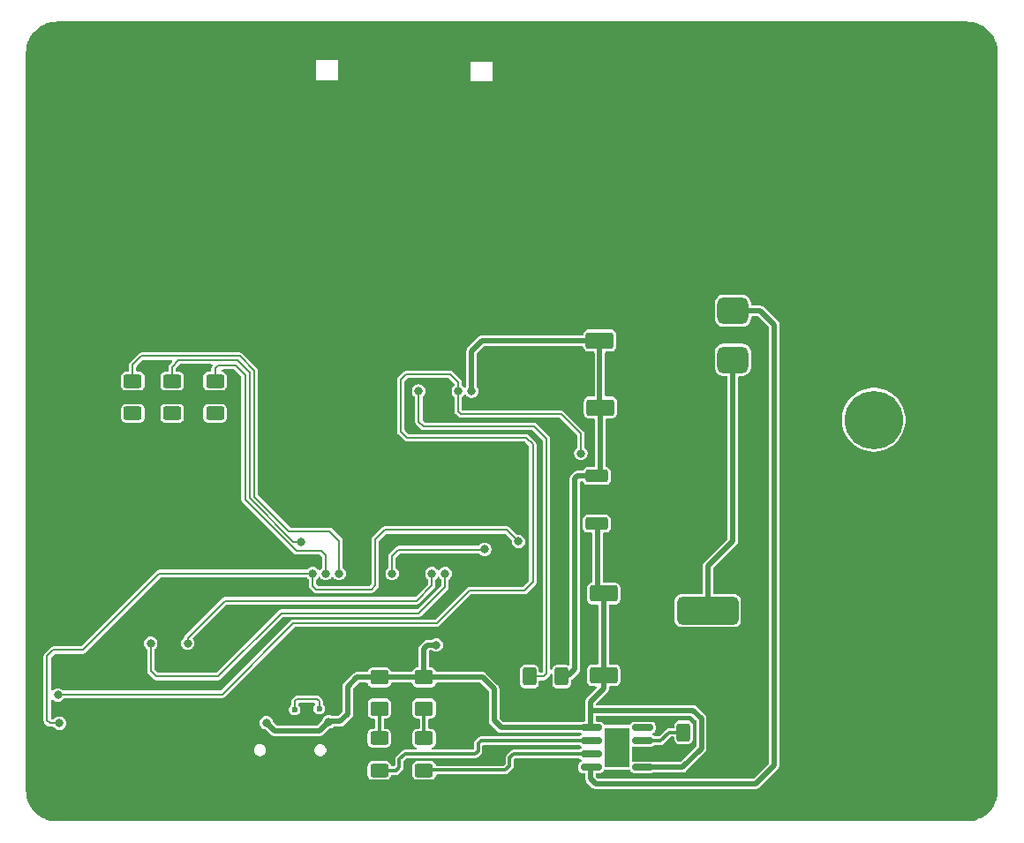
<source format=gbr>
%TF.GenerationSoftware,KiCad,Pcbnew,9.0.7*%
%TF.CreationDate,2026-01-28T06:25:16-03:00*%
%TF.ProjectId,jammerBT_v4,6a616d6d-6572-4425-945f-76342e6b6963,rev?*%
%TF.SameCoordinates,Original*%
%TF.FileFunction,Copper,L2,Bot*%
%TF.FilePolarity,Positive*%
%FSLAX46Y46*%
G04 Gerber Fmt 4.6, Leading zero omitted, Abs format (unit mm)*
G04 Created by KiCad (PCBNEW 9.0.7) date 2026-01-28 06:25:16*
%MOMM*%
%LPD*%
G01*
G04 APERTURE LIST*
G04 Aperture macros list*
%AMRoundRect*
0 Rectangle with rounded corners*
0 $1 Rounding radius*
0 $2 $3 $4 $5 $6 $7 $8 $9 X,Y pos of 4 corners*
0 Add a 4 corners polygon primitive as box body*
4,1,4,$2,$3,$4,$5,$6,$7,$8,$9,$2,$3,0*
0 Add four circle primitives for the rounded corners*
1,1,$1+$1,$2,$3*
1,1,$1+$1,$4,$5*
1,1,$1+$1,$6,$7*
1,1,$1+$1,$8,$9*
0 Add four rect primitives between the rounded corners*
20,1,$1+$1,$2,$3,$4,$5,0*
20,1,$1+$1,$4,$5,$6,$7,0*
20,1,$1+$1,$6,$7,$8,$9,0*
20,1,$1+$1,$8,$9,$2,$3,0*%
G04 Aperture macros list end*
%TA.AperFunction,SMDPad,CuDef*%
%ADD10RoundRect,0.150000X0.825000X0.150000X-0.825000X0.150000X-0.825000X-0.150000X0.825000X-0.150000X0*%
%TD*%
%TA.AperFunction,HeatsinkPad*%
%ADD11R,2.410000X3.810000*%
%TD*%
%TA.AperFunction,ComponentPad*%
%ADD12C,5.600000*%
%TD*%
%TA.AperFunction,HeatsinkPad*%
%ADD13C,0.600000*%
%TD*%
%TA.AperFunction,SMDPad,CuDef*%
%ADD14RoundRect,0.250000X0.425000X1.600000X-0.425000X1.600000X-0.425000X-1.600000X0.425000X-1.600000X0*%
%TD*%
%TA.AperFunction,HeatsinkPad*%
%ADD15O,1.000000X2.100000*%
%TD*%
%TA.AperFunction,HeatsinkPad*%
%ADD16O,1.000000X1.800000*%
%TD*%
%TA.AperFunction,ComponentPad*%
%ADD17RoundRect,0.650000X0.850000X-0.650000X0.850000X0.650000X-0.850000X0.650000X-0.850000X-0.650000X0*%
%TD*%
%TA.AperFunction,HeatsinkPad*%
%ADD18C,0.500000*%
%TD*%
%TA.AperFunction,HeatsinkPad*%
%ADD19R,2.500000X2.500000*%
%TD*%
%TA.AperFunction,SMDPad,CuDef*%
%ADD20RoundRect,0.250001X0.624999X-0.462499X0.624999X0.462499X-0.624999X0.462499X-0.624999X-0.462499X0*%
%TD*%
%TA.AperFunction,SMDPad,CuDef*%
%ADD21RoundRect,0.250000X-0.625000X0.400000X-0.625000X-0.400000X0.625000X-0.400000X0.625000X0.400000X0*%
%TD*%
%TA.AperFunction,SMDPad,CuDef*%
%ADD22RoundRect,0.250000X-1.075000X-0.550000X1.075000X-0.550000X1.075000X0.550000X-1.075000X0.550000X0*%
%TD*%
%TA.AperFunction,SMDPad,CuDef*%
%ADD23RoundRect,0.250000X-0.850000X-0.350000X0.850000X-0.350000X0.850000X0.350000X-0.850000X0.350000X0*%
%TD*%
%TA.AperFunction,SMDPad,CuDef*%
%ADD24RoundRect,0.249997X-2.950003X-2.650003X2.950003X-2.650003X2.950003X2.650003X-2.950003X2.650003X0*%
%TD*%
%TA.AperFunction,SMDPad,CuDef*%
%ADD25RoundRect,0.250000X-0.400000X-0.625000X0.400000X-0.625000X0.400000X0.625000X-0.400000X0.625000X0*%
%TD*%
%TA.AperFunction,SMDPad,CuDef*%
%ADD26RoundRect,0.250000X0.400000X0.625000X-0.400000X0.625000X-0.400000X-0.625000X0.400000X-0.625000X0*%
%TD*%
%TA.AperFunction,SMDPad,CuDef*%
%ADD27RoundRect,0.395250X2.531000X0.922250X-2.531000X0.922250X-2.531000X-0.922250X2.531000X-0.922250X0*%
%TD*%
%TA.AperFunction,SMDPad,CuDef*%
%ADD28RoundRect,0.395250X2.517250X0.922250X-2.517250X0.922250X-2.517250X-0.922250X2.517250X-0.922250X0*%
%TD*%
%TA.AperFunction,ViaPad*%
%ADD29C,0.800000*%
%TD*%
%TA.AperFunction,ViaPad*%
%ADD30C,0.600000*%
%TD*%
%TA.AperFunction,Conductor*%
%ADD31C,0.500000*%
%TD*%
%TA.AperFunction,Conductor*%
%ADD32C,0.200000*%
%TD*%
%TA.AperFunction,Conductor*%
%ADD33C,0.300000*%
%TD*%
G04 APERTURE END LIST*
D10*
%TO.P,U6,1,TEMP*%
%TO.N,unconnected-(U6-TEMP-Pad1)*%
X185925000Y-119532500D03*
%TO.P,U6,2,PROG*%
%TO.N,Net-(U6-PROG)*%
X185925000Y-120802500D03*
%TO.P,U6,3,GND*%
%TO.N,GND*%
X185925000Y-122072500D03*
%TO.P,U6,4,V_{CC}*%
%TO.N,+5V*%
X185925000Y-123342500D03*
%TO.P,U6,5,BAT*%
%TO.N,Net-(U6-BAT)*%
X180975000Y-123342500D03*
%TO.P,U6,6,~{STDBY}*%
%TO.N,Net-(U6-~{STDBY})*%
X180975000Y-122072500D03*
%TO.P,U6,7,~{CHRG}*%
%TO.N,Net-(U6-~{CHRG})*%
X180975000Y-120802500D03*
%TO.P,U6,8,CE*%
%TO.N,+5V*%
X180975000Y-119532500D03*
D11*
%TO.P,U6,9,EPAD*%
%TO.N,unconnected-(U6-EPAD-Pad9)*%
X183450000Y-121437500D03*
%TD*%
D12*
%TO.P,H1,1*%
%TO.N,N/C*%
X208080000Y-90020000D03*
%TD*%
D13*
%TO.P,U4,39,GND*%
%TO.N,GND*%
X163915000Y-93110000D03*
X162515000Y-93110000D03*
X164615000Y-93810000D03*
X163215000Y-93810000D03*
X161815000Y-93810000D03*
X163915000Y-94510000D03*
X162515000Y-94510000D03*
X164615000Y-95210000D03*
X163215000Y-95210000D03*
X161815000Y-95210000D03*
X163915000Y-95910000D03*
X162515000Y-95910000D03*
%TD*%
D14*
%TO.P,J4,2,Ext*%
%TO.N,GND*%
X137850000Y-54182500D03*
X143500000Y-54182500D03*
%TD*%
%TO.P,J5,2,Ext*%
%TO.N,GND*%
X183370000Y-54182500D03*
X189020000Y-54182500D03*
%TD*%
D15*
%TO.P,J7,S1,SHIELD*%
%TO.N,GND*%
X147795000Y-121185000D03*
D16*
X147795000Y-125385000D03*
D15*
X156435000Y-121185000D03*
D16*
X156435000Y-125385000D03*
%TD*%
D17*
%TO.P,SW1,1*%
%TO.N,+BATT*%
X194585000Y-84265000D03*
%TO.P,SW1,2*%
%TO.N,Net-(U6-BAT)*%
X194585000Y-79565000D03*
%TD*%
D18*
%TO.P,U3,29,GND*%
%TO.N,GND*%
X152200000Y-113740000D03*
X153200000Y-113740000D03*
X154200000Y-113740000D03*
X152200000Y-112740000D03*
X153200000Y-112740000D03*
D19*
X153200000Y-112740000D03*
D18*
X154200000Y-112740000D03*
X152200000Y-111740000D03*
X153200000Y-111740000D03*
X154200000Y-111740000D03*
%TD*%
D20*
%TO.P,D3,1,K*%
%TO.N,Net-(D3-K)*%
X160675000Y-117707500D03*
%TO.P,D3,2,A*%
%TO.N,+5V*%
X160675000Y-114732500D03*
%TD*%
D21*
%TO.P,R2,1*%
%TO.N,G_LED*%
X144910000Y-86317200D03*
%TO.P,R2,2*%
%TO.N,Net-(D1-GA)*%
X144910000Y-89417200D03*
%TD*%
D22*
%TO.P,C2,1*%
%TO.N,+5V*%
X182185000Y-114525000D03*
%TO.P,C2,2*%
%TO.N,GND*%
X185535000Y-114525000D03*
%TD*%
D21*
%TO.P,R5,1*%
%TO.N,Net-(D2-K)*%
X164955000Y-120560000D03*
%TO.P,R5,2*%
%TO.N,Net-(U6-~{STDBY})*%
X164955000Y-123660000D03*
%TD*%
%TO.P,R1,1*%
%TO.N,R_LED*%
X137010000Y-86317200D03*
%TO.P,R1,2*%
%TO.N,Net-(D1-BA)*%
X137010000Y-89417200D03*
%TD*%
%TO.P,R3,1*%
%TO.N,B_LED*%
X140785000Y-86317200D03*
%TO.P,R3,2*%
%TO.N,Net-(D1-RA)*%
X140785000Y-89417200D03*
%TD*%
D22*
%TO.P,C5,1*%
%TO.N,+3.3V*%
X181810000Y-82425000D03*
%TO.P,C5,2*%
%TO.N,GND*%
X185160000Y-82425000D03*
%TD*%
D23*
%TO.P,U1,1,VI*%
%TO.N,+5V*%
X181530000Y-99982500D03*
D24*
%TO.P,U1,2,GND*%
%TO.N,GND*%
X187830000Y-97702500D03*
D23*
%TO.P,U1,3,VO*%
%TO.N,+3.3V*%
X181530000Y-95422500D03*
%TD*%
D22*
%TO.P,C4,1*%
%TO.N,+3.3V*%
X181860000Y-88850000D03*
%TO.P,C4,2*%
%TO.N,GND*%
X185210000Y-88850000D03*
%TD*%
D25*
%TO.P,R7,1*%
%TO.N,Net-(U6-PROG)*%
X189855000Y-119990000D03*
%TO.P,R7,2*%
%TO.N,GND*%
X192955000Y-119990000D03*
%TD*%
D20*
%TO.P,D2,1,K*%
%TO.N,Net-(D2-K)*%
X164955000Y-117707500D03*
%TO.P,D2,2,A*%
%TO.N,+5V*%
X164955000Y-114732500D03*
%TD*%
D26*
%TO.P,R4,1*%
%TO.N,+3.3V*%
X178160000Y-114650000D03*
%TO.P,R4,2*%
%TO.N,MODO*%
X175060000Y-114650000D03*
%TD*%
D22*
%TO.P,C3,1*%
%TO.N,+5V*%
X182185000Y-106675000D03*
%TO.P,C3,2*%
%TO.N,GND*%
X185535000Y-106675000D03*
%TD*%
D27*
%TO.P,J1,1,Pin_1*%
%TO.N,+BATT*%
X192161250Y-108333750D03*
D28*
%TO.P,J1,2,Pin_2*%
%TO.N,GND*%
X192175000Y-113416250D03*
%TD*%
D21*
%TO.P,R6,1*%
%TO.N,Net-(D3-K)*%
X160665000Y-120560000D03*
%TO.P,R6,2*%
%TO.N,Net-(U6-~{CHRG})*%
X160665000Y-123660000D03*
%TD*%
D29*
%TO.N,+5V*%
X155810000Y-118990000D03*
X166125000Y-111610000D03*
X149830000Y-119080000D03*
%TO.N,GND*%
X176224600Y-80406000D03*
X154312400Y-80380000D03*
X188390000Y-122010000D03*
X161947500Y-111610000D03*
X163397500Y-83820000D03*
%TO.N,+3.3V*%
X169510000Y-87260000D03*
X178285000Y-114525000D03*
X181810000Y-82570000D03*
%TO.N,Net-(D1-GA)*%
X144831800Y-89417200D03*
%TO.N,Net-(D1-BA)*%
X136931800Y-89417200D03*
%TO.N,Net-(D1-RA)*%
X140785000Y-89417200D03*
%TO.N,R_LED*%
X156810000Y-104760000D03*
%TO.N,G_LED*%
X155540000Y-104760000D03*
%TO.N,B_LED*%
X153175000Y-101725000D03*
%TO.N,MODO*%
X164430000Y-87260000D03*
X175060000Y-114650000D03*
%TO.N,MISO 2*%
X170765000Y-102450000D03*
X161890000Y-104760000D03*
%TO.N,RESET*%
X179990000Y-93240000D03*
X129830000Y-116430000D03*
X168240000Y-87260000D03*
%TO.N,RX_0*%
X142275000Y-111447500D03*
X165700000Y-104760000D03*
%TO.N,TX_0*%
X166970000Y-104760000D03*
X138735000Y-111447500D03*
D30*
%TO.N,D+*%
X152550000Y-117830000D03*
X154890000Y-117730000D03*
D29*
%TO.N,GPIO0*%
X129990000Y-119120000D03*
X154270000Y-104760000D03*
X174020000Y-101700000D03*
%TD*%
D31*
%TO.N,+5V*%
X190785000Y-117890000D02*
X180930000Y-117890000D01*
X191550000Y-118655000D02*
X190785000Y-117890000D01*
X189750000Y-123345000D02*
X191550000Y-121545000D01*
X185880000Y-123345000D02*
X189750000Y-123345000D01*
X191550000Y-121545000D02*
X191550000Y-118655000D01*
%TO.N,Net-(U6-BAT)*%
X181425000Y-124940000D02*
X180930000Y-124445000D01*
X180930000Y-124445000D02*
X180930000Y-123345000D01*
X196740000Y-124940000D02*
X181425000Y-124940000D01*
X198535000Y-123145000D02*
X196740000Y-124940000D01*
X197175000Y-79565000D02*
X198535000Y-80925000D01*
X194585000Y-79565000D02*
X197175000Y-79565000D01*
X198535000Y-80925000D02*
X198535000Y-123145000D01*
D32*
%TO.N,R_LED*%
X137010000Y-84750000D02*
X137010000Y-86317200D01*
X147279000Y-83919000D02*
X137841000Y-83919000D01*
X148680000Y-85320000D02*
X147279000Y-83919000D01*
X151974200Y-100700000D02*
X148680000Y-97405800D01*
X155860000Y-100700000D02*
X151974200Y-100700000D01*
X137841000Y-83919000D02*
X137010000Y-84750000D01*
X156810000Y-101650000D02*
X155860000Y-100700000D01*
X156810000Y-104760000D02*
X156810000Y-101650000D01*
X148680000Y-97405800D02*
X148680000Y-85320000D01*
%TO.N,MODO*%
X176680000Y-114380000D02*
X176410000Y-114650000D01*
X176680000Y-91840000D02*
X176680000Y-114380000D01*
X176410000Y-114650000D02*
X175060000Y-114650000D01*
X164930000Y-90670000D02*
X175510000Y-90670000D01*
X164455000Y-90195000D02*
X164930000Y-90670000D01*
X164455000Y-87285000D02*
X164455000Y-90195000D01*
X164430000Y-87260000D02*
X164455000Y-87285000D01*
X175510000Y-90670000D02*
X176680000Y-91840000D01*
%TO.N,RESET*%
X168240000Y-86440000D02*
X168240000Y-87260000D01*
X167470000Y-85670000D02*
X168240000Y-86440000D01*
X163240000Y-85670000D02*
X167470000Y-85670000D01*
X162750000Y-86160000D02*
X163240000Y-85670000D01*
X162750000Y-91170000D02*
X162750000Y-86160000D01*
X163330000Y-91750000D02*
X162750000Y-91170000D01*
X174760000Y-91750000D02*
X163330000Y-91750000D01*
X175390000Y-92380000D02*
X174760000Y-91750000D01*
X175390000Y-105580000D02*
X175390000Y-92380000D01*
X174590000Y-106380000D02*
X175390000Y-105580000D01*
X166150000Y-109560000D02*
X169330000Y-106380000D01*
X145590000Y-116360000D02*
X152390000Y-109560000D01*
X152390000Y-109560000D02*
X166150000Y-109560000D01*
X169330000Y-106380000D02*
X174590000Y-106380000D01*
X129900000Y-116360000D02*
X145590000Y-116360000D01*
X129830000Y-116430000D02*
X129900000Y-116360000D01*
D33*
%TO.N,Net-(U6-~{CHRG})*%
X169860000Y-122070000D02*
X163120000Y-122070000D01*
X170130000Y-121080000D02*
X170130000Y-121800000D01*
X162590000Y-122600000D02*
X162590000Y-123360000D01*
X162590000Y-123360000D02*
X162290000Y-123660000D01*
X170405000Y-120805000D02*
X170130000Y-121080000D01*
X170130000Y-121800000D02*
X169860000Y-122070000D01*
X180930000Y-120805000D02*
X170405000Y-120805000D01*
X162290000Y-123660000D02*
X160665000Y-123660000D01*
X163120000Y-122070000D02*
X162590000Y-122600000D01*
%TO.N,Net-(U6-~{STDBY})*%
X173170000Y-123210000D02*
X173170000Y-122440000D01*
X173535000Y-122075000D02*
X180930000Y-122075000D01*
X172750000Y-123630000D02*
X173170000Y-123210000D01*
X173170000Y-122440000D02*
X173535000Y-122075000D01*
X164985000Y-123630000D02*
X172750000Y-123630000D01*
D31*
%TO.N,+5V*%
X171680000Y-115830000D02*
X170582500Y-114732500D01*
X180930000Y-119535000D02*
X172350000Y-119535000D01*
X172350000Y-119535000D02*
X171680000Y-118865000D01*
X170582500Y-114732500D02*
X164955000Y-114732500D01*
X180930000Y-117890000D02*
X180930000Y-119535000D01*
X171680000Y-118865000D02*
X171680000Y-115830000D01*
D32*
%TO.N,GPIO0*%
X129390000Y-112110000D02*
X132210000Y-112110000D01*
X128810000Y-118850000D02*
X128810000Y-112690000D01*
X128810000Y-112690000D02*
X129390000Y-112110000D01*
X129080000Y-119120000D02*
X128810000Y-118850000D01*
X139560000Y-104760000D02*
X154270000Y-104760000D01*
X129990000Y-119120000D02*
X129080000Y-119120000D01*
X132210000Y-112110000D02*
X139560000Y-104760000D01*
D31*
%TO.N,+5V*%
X164955000Y-111955000D02*
X164955000Y-114732500D01*
X164955000Y-114732500D02*
X160675000Y-114732500D01*
X155840000Y-118960000D02*
X155810000Y-118990000D01*
X182185000Y-114525000D02*
X182185000Y-115780000D01*
X181585000Y-106075000D02*
X182185000Y-106675000D01*
X150600000Y-119850000D02*
X149830000Y-119080000D01*
X182185000Y-115780000D02*
X180930000Y-117035000D01*
X157640000Y-115620000D02*
X157640000Y-118230000D01*
X154950000Y-119850000D02*
X150600000Y-119850000D01*
X155810000Y-118990000D02*
X154950000Y-119850000D01*
X182185000Y-106675000D02*
X182185000Y-114525000D01*
X156910000Y-118960000D02*
X155840000Y-118960000D01*
X165300000Y-111610000D02*
X164955000Y-111955000D01*
X157640000Y-118230000D02*
X156910000Y-118960000D01*
X160067500Y-114732500D02*
X158527500Y-114732500D01*
X158527500Y-114732500D02*
X157640000Y-115620000D01*
X180930000Y-117035000D02*
X180930000Y-117890000D01*
X181585000Y-100037500D02*
X181585000Y-106075000D01*
X166125000Y-111610000D02*
X165300000Y-111610000D01*
%TO.N,GND*%
X188390000Y-122010000D02*
X185945000Y-122010000D01*
X185945000Y-122010000D02*
X185880000Y-122075000D01*
%TO.N,+3.3V*%
X178835000Y-114525000D02*
X178285000Y-114525000D01*
X181860000Y-88850000D02*
X181860000Y-95092500D01*
X181810000Y-82570000D02*
X181810000Y-88800000D01*
X181530000Y-95422500D02*
X179657500Y-95422500D01*
X169510000Y-83450000D02*
X169510000Y-87260000D01*
X179410000Y-95670000D02*
X179410000Y-113950000D01*
X179410000Y-113950000D02*
X178835000Y-114525000D01*
X179657500Y-95422500D02*
X179410000Y-95670000D01*
X181810000Y-82425000D02*
X170535000Y-82425000D01*
X170535000Y-82425000D02*
X169510000Y-83450000D01*
%TO.N,+BATT*%
X194585000Y-101625000D02*
X194585000Y-84265000D01*
X192161250Y-104048750D02*
X194585000Y-101625000D01*
X192161250Y-108333750D02*
X192161250Y-104048750D01*
D32*
%TO.N,G_LED*%
X155540000Y-103040000D02*
X155090000Y-102590000D01*
X145170000Y-84830000D02*
X144910000Y-85090000D01*
X147780000Y-85720000D02*
X146890000Y-84830000D01*
X155540000Y-104760000D02*
X155540000Y-103040000D01*
X147780000Y-97640000D02*
X147780000Y-85720000D01*
X152730000Y-102590000D02*
X147780000Y-97640000D01*
X144910000Y-85090000D02*
X144910000Y-86317200D01*
X146890000Y-84830000D02*
X145170000Y-84830000D01*
X155090000Y-102590000D02*
X152730000Y-102590000D01*
%TO.N,B_LED*%
X141420000Y-84320000D02*
X140785000Y-84955000D01*
X140785000Y-84955000D02*
X140785000Y-86317200D01*
X148240000Y-97532900D02*
X148240000Y-85500000D01*
X153175000Y-101725000D02*
X152432100Y-101725000D01*
X152432100Y-101725000D02*
X148240000Y-97532900D01*
X147060000Y-84320000D02*
X141420000Y-84320000D01*
X148240000Y-85500000D02*
X147060000Y-84320000D01*
%TO.N,MISO 2*%
X161890000Y-103070000D02*
X161890000Y-104760000D01*
X162490000Y-102470000D02*
X161890000Y-103070000D01*
X170765000Y-102450000D02*
X170745000Y-102470000D01*
X170745000Y-102470000D02*
X162490000Y-102470000D01*
%TO.N,RESET*%
X178100000Y-89460000D02*
X168490000Y-89460000D01*
X168240000Y-89210000D02*
X168240000Y-87260000D01*
X168490000Y-89460000D02*
X168240000Y-89210000D01*
X179990000Y-93240000D02*
X179990000Y-91350000D01*
X179990000Y-91350000D02*
X178100000Y-89460000D01*
D33*
%TO.N,Net-(D2-K)*%
X164955000Y-117707500D02*
X164955000Y-120560000D01*
%TO.N,Net-(D3-K)*%
X160675000Y-117707500D02*
X160675000Y-120550000D01*
D32*
%TO.N,RX_0*%
X142275000Y-110955000D02*
X142275000Y-111447500D01*
X145850000Y-107380000D02*
X142275000Y-110955000D01*
X165700000Y-104760000D02*
X165700000Y-105910000D01*
X165700000Y-105910000D02*
X164230000Y-107380000D01*
X164230000Y-107380000D02*
X145850000Y-107380000D01*
%TO.N,TX_0*%
X139290000Y-114650000D02*
X145190000Y-114650000D01*
X151280000Y-108560000D02*
X164430000Y-108560000D01*
X138735000Y-111447500D02*
X138735000Y-114095000D01*
X145190000Y-114650000D02*
X151280000Y-108560000D01*
X138735000Y-114095000D02*
X139290000Y-114650000D01*
X164430000Y-108560000D02*
X166970000Y-106020000D01*
X166970000Y-106020000D02*
X166970000Y-104760000D01*
%TO.N,D+*%
X152550000Y-117020000D02*
X152750000Y-116820000D01*
X152750000Y-116820000D02*
X154700000Y-116820000D01*
X154700000Y-116820000D02*
X154890000Y-117010000D01*
X152550000Y-117830000D02*
X152550000Y-117020000D01*
X154890000Y-117010000D02*
X154890000Y-117730000D01*
%TO.N,GPIO0*%
X154610000Y-106290000D02*
X154270000Y-105950000D01*
X154270000Y-105950000D02*
X154270000Y-104760000D01*
X161170000Y-100590000D02*
X160290000Y-101470000D01*
X160290000Y-105900000D02*
X159900000Y-106290000D01*
X172910000Y-100590000D02*
X161170000Y-100590000D01*
X174020000Y-101700000D02*
X172910000Y-100590000D01*
X160290000Y-101470000D02*
X160290000Y-105900000D01*
X159900000Y-106290000D02*
X154610000Y-106290000D01*
D33*
%TO.N,Net-(U6-PROG)*%
X185880000Y-120805000D02*
X187630000Y-120805000D01*
X187630000Y-120805000D02*
X188445000Y-119990000D01*
X189855000Y-119990000D02*
X188445000Y-119990000D01*
%TD*%
%TA.AperFunction,Conductor*%
%TO.N,GND*%
G36*
X190593363Y-118410185D02*
G01*
X190614005Y-118426819D01*
X191013181Y-118825995D01*
X191046666Y-118887318D01*
X191049500Y-118913676D01*
X191049500Y-121286324D01*
X191029815Y-121353363D01*
X191013181Y-121374005D01*
X189579005Y-122808181D01*
X189517682Y-122841666D01*
X189491324Y-122844500D01*
X186978958Y-122844500D01*
X186922663Y-122830985D01*
X186875301Y-122806852D01*
X186781524Y-122792000D01*
X185068476Y-122792000D01*
X185048892Y-122795102D01*
X184979599Y-122786144D01*
X184926149Y-122741146D01*
X184905513Y-122674393D01*
X184905500Y-122672628D01*
X184905500Y-121472372D01*
X184925185Y-121405333D01*
X184977989Y-121359578D01*
X185047147Y-121349634D01*
X185048899Y-121349899D01*
X185062436Y-121352042D01*
X185068481Y-121353000D01*
X186781518Y-121352999D01*
X186875304Y-121338146D01*
X186988342Y-121280550D01*
X187027072Y-121241820D01*
X187088395Y-121208334D01*
X187114754Y-121205500D01*
X187682725Y-121205500D01*
X187682727Y-121205500D01*
X187784588Y-121178207D01*
X187875913Y-121125480D01*
X188574574Y-120426819D01*
X188601501Y-120412115D01*
X188627320Y-120395523D01*
X188633520Y-120394631D01*
X188635897Y-120393334D01*
X188662255Y-120390500D01*
X188830501Y-120390500D01*
X188897540Y-120410185D01*
X188943295Y-120462989D01*
X188954501Y-120514500D01*
X188954501Y-120662876D01*
X188960908Y-120722483D01*
X189011202Y-120857328D01*
X189011206Y-120857335D01*
X189097452Y-120972544D01*
X189097454Y-120972546D01*
X189212664Y-121058793D01*
X189212671Y-121058797D01*
X189347517Y-121109091D01*
X189347516Y-121109091D01*
X189354444Y-121109835D01*
X189407127Y-121115500D01*
X190302872Y-121115499D01*
X190362483Y-121109091D01*
X190497331Y-121058796D01*
X190612546Y-120972546D01*
X190698796Y-120857331D01*
X190749091Y-120722483D01*
X190755500Y-120662873D01*
X190755499Y-119317128D01*
X190749091Y-119257517D01*
X190748971Y-119257196D01*
X190698797Y-119122671D01*
X190698793Y-119122664D01*
X190612547Y-119007455D01*
X190612544Y-119007452D01*
X190497335Y-118921206D01*
X190497328Y-118921202D01*
X190362482Y-118870908D01*
X190362483Y-118870908D01*
X190302883Y-118864501D01*
X190302881Y-118864500D01*
X190302873Y-118864500D01*
X190302864Y-118864500D01*
X189407129Y-118864500D01*
X189407123Y-118864501D01*
X189347516Y-118870908D01*
X189212671Y-118921202D01*
X189212664Y-118921206D01*
X189097455Y-119007452D01*
X189097452Y-119007455D01*
X189011206Y-119122664D01*
X189011202Y-119122671D01*
X188960908Y-119257517D01*
X188957639Y-119287930D01*
X188954501Y-119317123D01*
X188954500Y-119317135D01*
X188954500Y-119465500D01*
X188934815Y-119532539D01*
X188882011Y-119578294D01*
X188830500Y-119589500D01*
X188392273Y-119589500D01*
X188290410Y-119616793D01*
X188199087Y-119669520D01*
X188199084Y-119669522D01*
X187500426Y-120368181D01*
X187439103Y-120401666D01*
X187412745Y-120404500D01*
X187119754Y-120404500D01*
X187052715Y-120384815D01*
X187050066Y-120383065D01*
X187040366Y-120376474D01*
X186988342Y-120324450D01*
X186890204Y-120274446D01*
X186883755Y-120270064D01*
X186866312Y-120248861D01*
X186846352Y-120230009D01*
X186844434Y-120222266D01*
X186839367Y-120216106D01*
X186836156Y-120188836D01*
X186829557Y-120162187D01*
X186832129Y-120154637D01*
X186831197Y-120146715D01*
X186843238Y-120122039D01*
X186852095Y-120096053D01*
X186858724Y-120090308D01*
X186861840Y-120083924D01*
X186876044Y-120075300D01*
X186897145Y-120057017D01*
X186988342Y-120010550D01*
X187078050Y-119920842D01*
X187135646Y-119807804D01*
X187135646Y-119807802D01*
X187135647Y-119807801D01*
X187148786Y-119724839D01*
X187150500Y-119714019D01*
X187150499Y-119350982D01*
X187135646Y-119257196D01*
X187078050Y-119144158D01*
X187078046Y-119144154D01*
X187078045Y-119144152D01*
X186988347Y-119054454D01*
X186988344Y-119054452D01*
X186988342Y-119054450D01*
X186896104Y-119007452D01*
X186875301Y-118996852D01*
X186781524Y-118982000D01*
X185068482Y-118982000D01*
X184987519Y-118994823D01*
X184974696Y-118996854D01*
X184861658Y-119054450D01*
X184861657Y-119054451D01*
X184861652Y-119054454D01*
X184771954Y-119144152D01*
X184771951Y-119144157D01*
X184771950Y-119144158D01*
X184736212Y-119214296D01*
X184688239Y-119265091D01*
X184625729Y-119282000D01*
X182274272Y-119282000D01*
X182207233Y-119262315D01*
X182163788Y-119214296D01*
X182142396Y-119172313D01*
X182128050Y-119144158D01*
X182128047Y-119144155D01*
X182128045Y-119144152D01*
X182038347Y-119054454D01*
X182038344Y-119054452D01*
X182038342Y-119054450D01*
X181946104Y-119007452D01*
X181925301Y-118996852D01*
X181831524Y-118982000D01*
X181831519Y-118982000D01*
X181554500Y-118982000D01*
X181487461Y-118962315D01*
X181441706Y-118909511D01*
X181430500Y-118858000D01*
X181430500Y-118514500D01*
X181450185Y-118447461D01*
X181502989Y-118401706D01*
X181554500Y-118390500D01*
X190526324Y-118390500D01*
X190593363Y-118410185D01*
G37*
%TD.AperFunction*%
%TA.AperFunction,Conductor*%
G36*
X216993243Y-51830669D02*
G01*
X217270182Y-51845184D01*
X217277575Y-51845794D01*
X217339875Y-51852813D01*
X217345353Y-51853555D01*
X217587128Y-51891848D01*
X217595289Y-51893423D01*
X217650830Y-51906100D01*
X217655181Y-51907179D01*
X217898157Y-51972284D01*
X217906999Y-51975013D01*
X217949629Y-51989930D01*
X217953079Y-51991195D01*
X218199378Y-52085739D01*
X218208711Y-52089770D01*
X218229307Y-52099689D01*
X218231754Y-52100900D01*
X218483968Y-52229411D01*
X218495203Y-52235898D01*
X218747608Y-52399812D01*
X218758109Y-52407441D01*
X218992010Y-52596850D01*
X219001655Y-52605535D01*
X219214464Y-52818344D01*
X219223149Y-52827989D01*
X219412558Y-53061890D01*
X219420187Y-53072391D01*
X219584101Y-53324796D01*
X219590591Y-53336036D01*
X219719075Y-53588199D01*
X219720309Y-53590691D01*
X219730223Y-53611277D01*
X219734268Y-53620643D01*
X219828791Y-53866887D01*
X219830068Y-53870369D01*
X219844985Y-53912999D01*
X219847719Y-53921860D01*
X219912806Y-54164766D01*
X219913923Y-54169269D01*
X219926569Y-54224679D01*
X219928150Y-54232872D01*
X219966440Y-54474627D01*
X219967187Y-54480142D01*
X219974204Y-54542424D01*
X219974814Y-54549816D01*
X219989330Y-54826755D01*
X219989500Y-54833246D01*
X219989500Y-125536753D01*
X219989330Y-125543244D01*
X219974814Y-125820182D01*
X219974204Y-125827574D01*
X219967187Y-125889856D01*
X219966440Y-125895371D01*
X219928150Y-126137126D01*
X219926569Y-126145319D01*
X219913923Y-126200729D01*
X219912806Y-126205232D01*
X219847719Y-126448138D01*
X219844985Y-126456999D01*
X219830068Y-126499629D01*
X219828791Y-126503111D01*
X219734268Y-126749355D01*
X219730223Y-126758721D01*
X219720309Y-126779307D01*
X219719075Y-126781799D01*
X219590591Y-127033964D01*
X219584105Y-127045197D01*
X219498881Y-127176432D01*
X219420187Y-127297609D01*
X219412558Y-127308109D01*
X219223149Y-127542010D01*
X219214464Y-127551655D01*
X219001655Y-127764464D01*
X218992010Y-127773149D01*
X218758109Y-127962558D01*
X218747609Y-127970187D01*
X218495197Y-128134105D01*
X218483964Y-128140591D01*
X218231799Y-128269075D01*
X218229307Y-128270309D01*
X218208721Y-128280223D01*
X218199355Y-128284268D01*
X217953111Y-128378791D01*
X217949629Y-128380068D01*
X217906999Y-128394985D01*
X217898138Y-128397719D01*
X217655232Y-128462806D01*
X217650729Y-128463923D01*
X217595319Y-128476569D01*
X217587126Y-128478150D01*
X217345371Y-128516440D01*
X217339856Y-128517187D01*
X217277574Y-128524204D01*
X217270182Y-128524814D01*
X216993244Y-128539330D01*
X216986753Y-128539500D01*
X129773246Y-128539500D01*
X129766757Y-128539330D01*
X129756676Y-128538801D01*
X129489816Y-128524814D01*
X129482424Y-128524204D01*
X129420142Y-128517187D01*
X129414627Y-128516440D01*
X129172872Y-128478150D01*
X129164679Y-128476569D01*
X129136044Y-128470033D01*
X129109245Y-128463917D01*
X129104766Y-128462806D01*
X128861860Y-128397719D01*
X128852999Y-128394985D01*
X128810369Y-128380068D01*
X128806887Y-128378791D01*
X128560643Y-128284268D01*
X128551277Y-128280223D01*
X128530691Y-128270309D01*
X128528199Y-128269075D01*
X128276036Y-128140591D01*
X128264796Y-128134101D01*
X128012391Y-127970187D01*
X128001890Y-127962558D01*
X127767989Y-127773149D01*
X127758344Y-127764464D01*
X127545535Y-127551655D01*
X127536850Y-127542010D01*
X127347441Y-127308109D01*
X127339812Y-127297608D01*
X127261119Y-127176432D01*
X127175896Y-127045199D01*
X127169408Y-127033963D01*
X127103223Y-126904068D01*
X127040900Y-126781754D01*
X127039689Y-126779307D01*
X127029775Y-126758721D01*
X127025739Y-126749378D01*
X126931195Y-126503079D01*
X126929930Y-126499629D01*
X126915013Y-126456999D01*
X126912284Y-126448157D01*
X126847179Y-126205181D01*
X126846100Y-126200830D01*
X126833423Y-126145289D01*
X126831848Y-126137126D01*
X126793555Y-125895353D01*
X126792811Y-125889856D01*
X126785794Y-125827574D01*
X126785184Y-125820181D01*
X126770670Y-125543243D01*
X126770500Y-125536753D01*
X126770500Y-121629234D01*
X148649500Y-121629234D01*
X148649500Y-121780765D01*
X148688719Y-121927136D01*
X148726602Y-121992750D01*
X148764485Y-122058365D01*
X148871635Y-122165515D01*
X149002865Y-122241281D01*
X149149234Y-122280500D01*
X149149236Y-122280500D01*
X149300764Y-122280500D01*
X149300766Y-122280500D01*
X149447135Y-122241281D01*
X149578365Y-122165515D01*
X149685515Y-122058365D01*
X149761281Y-121927135D01*
X149800500Y-121780766D01*
X149800500Y-121629234D01*
X154429500Y-121629234D01*
X154429500Y-121780765D01*
X154468719Y-121927136D01*
X154506602Y-121992750D01*
X154544485Y-122058365D01*
X154651635Y-122165515D01*
X154782865Y-122241281D01*
X154929234Y-122280500D01*
X154929236Y-122280500D01*
X155080764Y-122280500D01*
X155080766Y-122280500D01*
X155227135Y-122241281D01*
X155358365Y-122165515D01*
X155465515Y-122058365D01*
X155541281Y-121927135D01*
X155580500Y-121780766D01*
X155580500Y-121629234D01*
X155541281Y-121482865D01*
X155465515Y-121351635D01*
X155358365Y-121244485D01*
X155285359Y-121202335D01*
X155227136Y-121168719D01*
X155153950Y-121149109D01*
X155080766Y-121129500D01*
X154929234Y-121129500D01*
X154782863Y-121168719D01*
X154651635Y-121244485D01*
X154651632Y-121244487D01*
X154544487Y-121351632D01*
X154544485Y-121351635D01*
X154468719Y-121482863D01*
X154429500Y-121629234D01*
X149800500Y-121629234D01*
X149761281Y-121482865D01*
X149685515Y-121351635D01*
X149578365Y-121244485D01*
X149505359Y-121202335D01*
X149447136Y-121168719D01*
X149373950Y-121149109D01*
X149300766Y-121129500D01*
X149149234Y-121129500D01*
X149002863Y-121168719D01*
X148871635Y-121244485D01*
X148871632Y-121244487D01*
X148764487Y-121351632D01*
X148764485Y-121351635D01*
X148688719Y-121482863D01*
X148649500Y-121629234D01*
X126770500Y-121629234D01*
X126770500Y-112643856D01*
X128459500Y-112643856D01*
X128459500Y-118896145D01*
X128477229Y-118962312D01*
X128483385Y-118985288D01*
X128483387Y-118985291D01*
X128529527Y-119065208D01*
X128529529Y-119065211D01*
X128529530Y-119065212D01*
X128864788Y-119400470D01*
X128934103Y-119440489D01*
X128944712Y-119446614D01*
X129033856Y-119470500D01*
X129033857Y-119470500D01*
X129126144Y-119470500D01*
X129375568Y-119470500D01*
X129442607Y-119490185D01*
X129478670Y-119525609D01*
X129484723Y-119534669D01*
X129575327Y-119625273D01*
X129575331Y-119625276D01*
X129681866Y-119696461D01*
X129681872Y-119696464D01*
X129681873Y-119696465D01*
X129800256Y-119745501D01*
X129800260Y-119745501D01*
X129800261Y-119745502D01*
X129925928Y-119770500D01*
X129925931Y-119770500D01*
X130054071Y-119770500D01*
X130138615Y-119753682D01*
X130179744Y-119745501D01*
X130298127Y-119696465D01*
X130404669Y-119625276D01*
X130495276Y-119534669D01*
X130566465Y-119428127D01*
X130615501Y-119309744D01*
X130624383Y-119265091D01*
X130640500Y-119184071D01*
X130640500Y-119144071D01*
X149179499Y-119144071D01*
X149204497Y-119269738D01*
X149204499Y-119269744D01*
X149253533Y-119388124D01*
X149253538Y-119388133D01*
X149324723Y-119494668D01*
X149324726Y-119494672D01*
X149415327Y-119585273D01*
X149415331Y-119585276D01*
X149521866Y-119656461D01*
X149521875Y-119656466D01*
X149544670Y-119665908D01*
X149640256Y-119705501D01*
X149704455Y-119718271D01*
X149737471Y-119724839D01*
X149799382Y-119757224D01*
X149800961Y-119758775D01*
X150199500Y-120157314D01*
X150292686Y-120250500D01*
X150321012Y-120266854D01*
X150406814Y-120316392D01*
X150534107Y-120350500D01*
X150534108Y-120350500D01*
X150534109Y-120350500D01*
X155015890Y-120350500D01*
X155015892Y-120350500D01*
X155143186Y-120316392D01*
X155257314Y-120250500D01*
X155395679Y-120112135D01*
X159539500Y-120112135D01*
X159539500Y-121007870D01*
X159539501Y-121007876D01*
X159545908Y-121067483D01*
X159596202Y-121202328D01*
X159596206Y-121202335D01*
X159682452Y-121317544D01*
X159682455Y-121317547D01*
X159797664Y-121403793D01*
X159797671Y-121403797D01*
X159932517Y-121454091D01*
X159932516Y-121454091D01*
X159939444Y-121454835D01*
X159992127Y-121460500D01*
X161337872Y-121460499D01*
X161397483Y-121454091D01*
X161532331Y-121403796D01*
X161647546Y-121317546D01*
X161733796Y-121202331D01*
X161784091Y-121067483D01*
X161790500Y-121007873D01*
X161790499Y-120112128D01*
X161784091Y-120052517D01*
X161768438Y-120010550D01*
X161733797Y-119917671D01*
X161733793Y-119917664D01*
X161647547Y-119802455D01*
X161647544Y-119802452D01*
X161532335Y-119716206D01*
X161532328Y-119716202D01*
X161397482Y-119665908D01*
X161397483Y-119665908D01*
X161337883Y-119659501D01*
X161337881Y-119659500D01*
X161337873Y-119659500D01*
X161337865Y-119659500D01*
X161199500Y-119659500D01*
X161132461Y-119639815D01*
X161086706Y-119587011D01*
X161075500Y-119535500D01*
X161075500Y-118794500D01*
X161095185Y-118727461D01*
X161147989Y-118681706D01*
X161199500Y-118670500D01*
X161347863Y-118670500D01*
X161347872Y-118670500D01*
X161407482Y-118664091D01*
X161542330Y-118613796D01*
X161657546Y-118527546D01*
X161743796Y-118412330D01*
X161794091Y-118277482D01*
X161800500Y-118217872D01*
X161800500Y-117197128D01*
X161794091Y-117137518D01*
X161745212Y-117006466D01*
X161743797Y-117002672D01*
X161743796Y-117002671D01*
X161743796Y-117002670D01*
X161657546Y-116887454D01*
X161542330Y-116801204D01*
X161542328Y-116801203D01*
X161542327Y-116801202D01*
X161407481Y-116750908D01*
X161407482Y-116750908D01*
X161347882Y-116744501D01*
X161347880Y-116744500D01*
X161347872Y-116744500D01*
X160002128Y-116744500D01*
X160002120Y-116744500D01*
X160002117Y-116744501D01*
X159942518Y-116750908D01*
X159807672Y-116801202D01*
X159807670Y-116801204D01*
X159692454Y-116887454D01*
X159606204Y-117002670D01*
X159606202Y-117002672D01*
X159555908Y-117137518D01*
X159549501Y-117197117D01*
X159549500Y-117197136D01*
X159549500Y-118217863D01*
X159549501Y-118217882D01*
X159555908Y-118277481D01*
X159606202Y-118412327D01*
X159606203Y-118412328D01*
X159606204Y-118412330D01*
X159692454Y-118527546D01*
X159807670Y-118613796D01*
X159807671Y-118613796D01*
X159807672Y-118613797D01*
X159942518Y-118664091D01*
X159942517Y-118664091D01*
X159949445Y-118664835D01*
X160002128Y-118670500D01*
X160150500Y-118670500D01*
X160217539Y-118690185D01*
X160263294Y-118742989D01*
X160274500Y-118794500D01*
X160274500Y-119535500D01*
X160254815Y-119602539D01*
X160202011Y-119648294D01*
X160150501Y-119659500D01*
X159992130Y-119659500D01*
X159992123Y-119659501D01*
X159932516Y-119665908D01*
X159797671Y-119716202D01*
X159797664Y-119716206D01*
X159682455Y-119802452D01*
X159682452Y-119802455D01*
X159596206Y-119917664D01*
X159596202Y-119917671D01*
X159545908Y-120052517D01*
X159541228Y-120096053D01*
X159539501Y-120112123D01*
X159539500Y-120112135D01*
X155395679Y-120112135D01*
X155839040Y-119668773D01*
X155900361Y-119635290D01*
X155902528Y-119634839D01*
X155903004Y-119634744D01*
X155999744Y-119615501D01*
X156118127Y-119566465D01*
X156224669Y-119495276D01*
X156224673Y-119495271D01*
X156229379Y-119491411D01*
X156230509Y-119492788D01*
X156284450Y-119463334D01*
X156310808Y-119460500D01*
X156975890Y-119460500D01*
X156975892Y-119460500D01*
X157103186Y-119426392D01*
X157217314Y-119360500D01*
X158040500Y-118537314D01*
X158106392Y-118423186D01*
X158140500Y-118295892D01*
X158140500Y-118164107D01*
X158140500Y-115878676D01*
X158160185Y-115811637D01*
X158176819Y-115790995D01*
X158698495Y-115269319D01*
X158759818Y-115235834D01*
X158786176Y-115233000D01*
X159443898Y-115233000D01*
X159510937Y-115252685D01*
X159556692Y-115305489D01*
X159560080Y-115313667D01*
X159606202Y-115437327D01*
X159606203Y-115437328D01*
X159606204Y-115437330D01*
X159692454Y-115552546D01*
X159807670Y-115638796D01*
X159807671Y-115638796D01*
X159807672Y-115638797D01*
X159942518Y-115689091D01*
X159942517Y-115689091D01*
X159949445Y-115689835D01*
X160002128Y-115695500D01*
X160002137Y-115695500D01*
X161347863Y-115695500D01*
X161347872Y-115695500D01*
X161407482Y-115689091D01*
X161542330Y-115638796D01*
X161657546Y-115552546D01*
X161743796Y-115437330D01*
X161750251Y-115420022D01*
X161789920Y-115313667D01*
X161831791Y-115257733D01*
X161897256Y-115233316D01*
X161906102Y-115233000D01*
X163723898Y-115233000D01*
X163790937Y-115252685D01*
X163836692Y-115305489D01*
X163840080Y-115313667D01*
X163886202Y-115437327D01*
X163886203Y-115437328D01*
X163886204Y-115437330D01*
X163972454Y-115552546D01*
X164087670Y-115638796D01*
X164087671Y-115638796D01*
X164087672Y-115638797D01*
X164222518Y-115689091D01*
X164222517Y-115689091D01*
X164229445Y-115689835D01*
X164282128Y-115695500D01*
X164282137Y-115695500D01*
X165627863Y-115695500D01*
X165627872Y-115695500D01*
X165687482Y-115689091D01*
X165822330Y-115638796D01*
X165937546Y-115552546D01*
X166023796Y-115437330D01*
X166030251Y-115420022D01*
X166069920Y-115313667D01*
X166111791Y-115257733D01*
X166177256Y-115233316D01*
X166186102Y-115233000D01*
X170323824Y-115233000D01*
X170390863Y-115252685D01*
X170411505Y-115269319D01*
X171143181Y-116000995D01*
X171176666Y-116062318D01*
X171179500Y-116088676D01*
X171179500Y-118799108D01*
X171179500Y-118930892D01*
X171194075Y-118985288D01*
X171213608Y-119058187D01*
X171217662Y-119065208D01*
X171279500Y-119172314D01*
X172042686Y-119935500D01*
X172156814Y-120001392D01*
X172284107Y-120035500D01*
X172284108Y-120035500D01*
X179930855Y-120035500D01*
X179943856Y-120038621D01*
X179953742Y-120037630D01*
X179987149Y-120049015D01*
X180002850Y-120057015D01*
X180053647Y-120104989D01*
X180070442Y-120172810D01*
X180047905Y-120238945D01*
X180002852Y-120277984D01*
X179911658Y-120324450D01*
X179911657Y-120324451D01*
X179911653Y-120324453D01*
X179867928Y-120368180D01*
X179806605Y-120401666D01*
X179780246Y-120404500D01*
X170465339Y-120404500D01*
X170465323Y-120404499D01*
X170457727Y-120404499D01*
X170352273Y-120404499D01*
X170284366Y-120422695D01*
X170250412Y-120431793D01*
X170197685Y-120462235D01*
X170159087Y-120484520D01*
X170091589Y-120552018D01*
X170091588Y-120552017D01*
X170091586Y-120552020D01*
X169809522Y-120834084D01*
X169809520Y-120834087D01*
X169756791Y-120925413D01*
X169744164Y-120972545D01*
X169744164Y-120972546D01*
X169729500Y-121027273D01*
X169729500Y-121545500D01*
X169709815Y-121612539D01*
X169657011Y-121658294D01*
X169605500Y-121669500D01*
X165797237Y-121669500D01*
X165730198Y-121649815D01*
X165684443Y-121597011D01*
X165674499Y-121527853D01*
X165703524Y-121464297D01*
X165753904Y-121429318D01*
X165822328Y-121403797D01*
X165822327Y-121403797D01*
X165822331Y-121403796D01*
X165937546Y-121317546D01*
X166023796Y-121202331D01*
X166074091Y-121067483D01*
X166080500Y-121007873D01*
X166080499Y-120112128D01*
X166074091Y-120052517D01*
X166058438Y-120010550D01*
X166023797Y-119917671D01*
X166023793Y-119917664D01*
X165937547Y-119802455D01*
X165937544Y-119802452D01*
X165822335Y-119716206D01*
X165822328Y-119716202D01*
X165687482Y-119665908D01*
X165687483Y-119665908D01*
X165627883Y-119659501D01*
X165627881Y-119659500D01*
X165627873Y-119659500D01*
X165627865Y-119659500D01*
X165479500Y-119659500D01*
X165412461Y-119639815D01*
X165366706Y-119587011D01*
X165355500Y-119535500D01*
X165355500Y-118794500D01*
X165375185Y-118727461D01*
X165427989Y-118681706D01*
X165479500Y-118670500D01*
X165627863Y-118670500D01*
X165627872Y-118670500D01*
X165687482Y-118664091D01*
X165822330Y-118613796D01*
X165937546Y-118527546D01*
X166023796Y-118412330D01*
X166074091Y-118277482D01*
X166080500Y-118217872D01*
X166080500Y-117197128D01*
X166074091Y-117137518D01*
X166025212Y-117006466D01*
X166023797Y-117002672D01*
X166023796Y-117002671D01*
X166023796Y-117002670D01*
X165937546Y-116887454D01*
X165822330Y-116801204D01*
X165822328Y-116801203D01*
X165822327Y-116801202D01*
X165687481Y-116750908D01*
X165687482Y-116750908D01*
X165627882Y-116744501D01*
X165627880Y-116744500D01*
X165627872Y-116744500D01*
X164282128Y-116744500D01*
X164282120Y-116744500D01*
X164282117Y-116744501D01*
X164222518Y-116750908D01*
X164087672Y-116801202D01*
X164087670Y-116801204D01*
X163972454Y-116887454D01*
X163886204Y-117002670D01*
X163886202Y-117002672D01*
X163835908Y-117137518D01*
X163829501Y-117197117D01*
X163829500Y-117197136D01*
X163829500Y-118217863D01*
X163829501Y-118217882D01*
X163835908Y-118277481D01*
X163886202Y-118412327D01*
X163886203Y-118412328D01*
X163886204Y-118412330D01*
X163972454Y-118527546D01*
X164087670Y-118613796D01*
X164087671Y-118613796D01*
X164087672Y-118613797D01*
X164222518Y-118664091D01*
X164222517Y-118664091D01*
X164229445Y-118664835D01*
X164282128Y-118670500D01*
X164430500Y-118670500D01*
X164497539Y-118690185D01*
X164543294Y-118742989D01*
X164554500Y-118794500D01*
X164554500Y-119535500D01*
X164534815Y-119602539D01*
X164482011Y-119648294D01*
X164430501Y-119659500D01*
X164282130Y-119659500D01*
X164282123Y-119659501D01*
X164222516Y-119665908D01*
X164087671Y-119716202D01*
X164087664Y-119716206D01*
X163972455Y-119802452D01*
X163972452Y-119802455D01*
X163886206Y-119917664D01*
X163886202Y-119917671D01*
X163835908Y-120052517D01*
X163831228Y-120096053D01*
X163829501Y-120112123D01*
X163829500Y-120112135D01*
X163829500Y-121007870D01*
X163829501Y-121007876D01*
X163835908Y-121067483D01*
X163886202Y-121202328D01*
X163886206Y-121202335D01*
X163972452Y-121317544D01*
X163972455Y-121317547D01*
X164087664Y-121403793D01*
X164087671Y-121403797D01*
X164156096Y-121429318D01*
X164212030Y-121471189D01*
X164236447Y-121536653D01*
X164221595Y-121604926D01*
X164172190Y-121654332D01*
X164112763Y-121669500D01*
X163067273Y-121669500D01*
X162965410Y-121696793D01*
X162874087Y-121749520D01*
X162874084Y-121749522D01*
X162269522Y-122354084D01*
X162269518Y-122354090D01*
X162216792Y-122445412D01*
X162216793Y-122445413D01*
X162189500Y-122547273D01*
X162189500Y-123135500D01*
X162186949Y-123144185D01*
X162188238Y-123153147D01*
X162177259Y-123177187D01*
X162169815Y-123202539D01*
X162162974Y-123208466D01*
X162159213Y-123216703D01*
X162136978Y-123230992D01*
X162117011Y-123248294D01*
X162106496Y-123250581D01*
X162100435Y-123254477D01*
X162065500Y-123259500D01*
X161906977Y-123259500D01*
X161839938Y-123239815D01*
X161794183Y-123187011D01*
X161786733Y-123159865D01*
X161785876Y-123160068D01*
X161784092Y-123152520D01*
X161733797Y-123017671D01*
X161733793Y-123017664D01*
X161647547Y-122902455D01*
X161647544Y-122902452D01*
X161532335Y-122816206D01*
X161532328Y-122816202D01*
X161397482Y-122765908D01*
X161397483Y-122765908D01*
X161337883Y-122759501D01*
X161337881Y-122759500D01*
X161337873Y-122759500D01*
X161337864Y-122759500D01*
X159992129Y-122759500D01*
X159992123Y-122759501D01*
X159932516Y-122765908D01*
X159797671Y-122816202D01*
X159797664Y-122816206D01*
X159682455Y-122902452D01*
X159682452Y-122902455D01*
X159596206Y-123017664D01*
X159596202Y-123017671D01*
X159545908Y-123152517D01*
X159539501Y-123212116D01*
X159539500Y-123212135D01*
X159539500Y-124107870D01*
X159539501Y-124107876D01*
X159545908Y-124167483D01*
X159596202Y-124302328D01*
X159596206Y-124302335D01*
X159682452Y-124417544D01*
X159682455Y-124417547D01*
X159797664Y-124503793D01*
X159797671Y-124503797D01*
X159932517Y-124554091D01*
X159932516Y-124554091D01*
X159939444Y-124554835D01*
X159992127Y-124560500D01*
X161337872Y-124560499D01*
X161397483Y-124554091D01*
X161532331Y-124503796D01*
X161647546Y-124417546D01*
X161733796Y-124302331D01*
X161784091Y-124167483D01*
X161784091Y-124167481D01*
X161785874Y-124159938D01*
X161788146Y-124160474D01*
X161810429Y-124106688D01*
X161867823Y-124066843D01*
X161906976Y-124060500D01*
X162342725Y-124060500D01*
X162342727Y-124060500D01*
X162444588Y-124033207D01*
X162535913Y-123980480D01*
X162910480Y-123605913D01*
X162963207Y-123514588D01*
X162990500Y-123412727D01*
X162990500Y-123307273D01*
X162990500Y-122817255D01*
X163010185Y-122750216D01*
X163026819Y-122729574D01*
X163249574Y-122506819D01*
X163310897Y-122473334D01*
X163337255Y-122470500D01*
X169912725Y-122470500D01*
X169912727Y-122470500D01*
X170014588Y-122443207D01*
X170105913Y-122390480D01*
X170375911Y-122120481D01*
X170375913Y-122120480D01*
X170450480Y-122045913D01*
X170503207Y-121954587D01*
X170520250Y-121890982D01*
X170530501Y-121852727D01*
X170530501Y-121747273D01*
X170530500Y-121747269D01*
X170530500Y-121329500D01*
X170550185Y-121262461D01*
X170602989Y-121216706D01*
X170654500Y-121205500D01*
X179785246Y-121205500D01*
X179852285Y-121225185D01*
X179872928Y-121241820D01*
X179911653Y-121280546D01*
X179911655Y-121280547D01*
X179911658Y-121280550D01*
X180002851Y-121327015D01*
X180053647Y-121374990D01*
X180070442Y-121442811D01*
X180047904Y-121508946D01*
X180002852Y-121547984D01*
X179911658Y-121594450D01*
X179911657Y-121594451D01*
X179911653Y-121594453D01*
X179867928Y-121638180D01*
X179806605Y-121671666D01*
X179780246Y-121674500D01*
X173482273Y-121674500D01*
X173380410Y-121701793D01*
X173289087Y-121754520D01*
X173289084Y-121754522D01*
X172849522Y-122194084D01*
X172849520Y-122194087D01*
X172796793Y-122285411D01*
X172778392Y-122354087D01*
X172769500Y-122387271D01*
X172769500Y-122992745D01*
X172760855Y-123022185D01*
X172754332Y-123052172D01*
X172750577Y-123057187D01*
X172749815Y-123059784D01*
X172733181Y-123080426D01*
X172620426Y-123193181D01*
X172559103Y-123226666D01*
X172532745Y-123229500D01*
X166188899Y-123229500D01*
X166121860Y-123209815D01*
X166076105Y-123157011D01*
X166072717Y-123148833D01*
X166023797Y-123017671D01*
X166023793Y-123017664D01*
X165937547Y-122902455D01*
X165937544Y-122902452D01*
X165822335Y-122816206D01*
X165822328Y-122816202D01*
X165687482Y-122765908D01*
X165687483Y-122765908D01*
X165627883Y-122759501D01*
X165627881Y-122759500D01*
X165627873Y-122759500D01*
X165627864Y-122759500D01*
X164282129Y-122759500D01*
X164282123Y-122759501D01*
X164222516Y-122765908D01*
X164087671Y-122816202D01*
X164087664Y-122816206D01*
X163972455Y-122902452D01*
X163972452Y-122902455D01*
X163886206Y-123017664D01*
X163886202Y-123017671D01*
X163835908Y-123152517D01*
X163829501Y-123212116D01*
X163829500Y-123212135D01*
X163829500Y-124107870D01*
X163829501Y-124107876D01*
X163835908Y-124167483D01*
X163886202Y-124302328D01*
X163886206Y-124302335D01*
X163972452Y-124417544D01*
X163972455Y-124417547D01*
X164087664Y-124503793D01*
X164087671Y-124503797D01*
X164222517Y-124554091D01*
X164222516Y-124554091D01*
X164229444Y-124554835D01*
X164282127Y-124560500D01*
X165627872Y-124560499D01*
X165687483Y-124554091D01*
X165822331Y-124503796D01*
X165937546Y-124417546D01*
X166023796Y-124302331D01*
X166074091Y-124167483D01*
X166076912Y-124141241D01*
X166103649Y-124076694D01*
X166161041Y-124036846D01*
X166200201Y-124030500D01*
X172802725Y-124030500D01*
X172802727Y-124030500D01*
X172904588Y-124003207D01*
X172995913Y-123950480D01*
X173405706Y-123540684D01*
X173405711Y-123540681D01*
X173415911Y-123530480D01*
X173415913Y-123530480D01*
X173490480Y-123455913D01*
X173543207Y-123364587D01*
X173550281Y-123338186D01*
X173570501Y-123262727D01*
X173570501Y-123157273D01*
X173570500Y-123157269D01*
X173570500Y-122657255D01*
X173590185Y-122590216D01*
X173606819Y-122569574D01*
X173664574Y-122511819D01*
X173725897Y-122478334D01*
X173752255Y-122475500D01*
X179785246Y-122475500D01*
X179852285Y-122495185D01*
X179854232Y-122496462D01*
X179864332Y-122503224D01*
X179911658Y-122550550D01*
X180009415Y-122600360D01*
X180015542Y-122604462D01*
X180033390Y-122625858D01*
X180053647Y-122644990D01*
X180055461Y-122652316D01*
X180060298Y-122658115D01*
X180063745Y-122685768D01*
X180070442Y-122712811D01*
X180068007Y-122719956D01*
X180068941Y-122727448D01*
X180056891Y-122752574D01*
X180047904Y-122778946D01*
X180041641Y-122784372D01*
X180038728Y-122790448D01*
X180024528Y-122799201D01*
X180002852Y-122817984D01*
X179911658Y-122864450D01*
X179911657Y-122864451D01*
X179911652Y-122864454D01*
X179821954Y-122954152D01*
X179821951Y-122954157D01*
X179821950Y-122954158D01*
X179802751Y-122991837D01*
X179764352Y-123067198D01*
X179749500Y-123160975D01*
X179749500Y-123524017D01*
X179759486Y-123587069D01*
X179764354Y-123617804D01*
X179821950Y-123730842D01*
X179821952Y-123730844D01*
X179821954Y-123730847D01*
X179911652Y-123820545D01*
X179911654Y-123820546D01*
X179911658Y-123820550D01*
X180024694Y-123878145D01*
X180024698Y-123878147D01*
X180118475Y-123892999D01*
X180118481Y-123893000D01*
X180305500Y-123892999D01*
X180372539Y-123912683D01*
X180418294Y-123965487D01*
X180429500Y-124016999D01*
X180429500Y-124510891D01*
X180463608Y-124638187D01*
X180496554Y-124695250D01*
X180529500Y-124752314D01*
X181024500Y-125247314D01*
X181117686Y-125340500D01*
X181231814Y-125406392D01*
X181359108Y-125440500D01*
X181359110Y-125440500D01*
X196805890Y-125440500D01*
X196805892Y-125440500D01*
X196933186Y-125406392D01*
X197047314Y-125340500D01*
X198935499Y-123452315D01*
X198958356Y-123412727D01*
X198958358Y-123412725D01*
X198986149Y-123364587D01*
X199001392Y-123338186D01*
X199035500Y-123210892D01*
X199035500Y-89848681D01*
X205029500Y-89848681D01*
X205029500Y-90191318D01*
X205067858Y-90531768D01*
X205067861Y-90531782D01*
X205144102Y-90865816D01*
X205144103Y-90865818D01*
X205257264Y-91189215D01*
X205405922Y-91497907D01*
X205405924Y-91497910D01*
X205588211Y-91788018D01*
X205801834Y-92055893D01*
X206044107Y-92298166D01*
X206311982Y-92511789D01*
X206602090Y-92694076D01*
X206910785Y-92842736D01*
X207234183Y-92955897D01*
X207568217Y-93032139D01*
X207568226Y-93032140D01*
X207568231Y-93032141D01*
X207795197Y-93057713D01*
X207908682Y-93070499D01*
X207908685Y-93070500D01*
X207908688Y-93070500D01*
X208251315Y-93070500D01*
X208251316Y-93070499D01*
X208430987Y-93050256D01*
X208591768Y-93032141D01*
X208591771Y-93032140D01*
X208591783Y-93032139D01*
X208925817Y-92955897D01*
X209249215Y-92842736D01*
X209557910Y-92694076D01*
X209848018Y-92511789D01*
X210115893Y-92298166D01*
X210358166Y-92055893D01*
X210571789Y-91788018D01*
X210754076Y-91497910D01*
X210902736Y-91189215D01*
X211015897Y-90865817D01*
X211092139Y-90531783D01*
X211105837Y-90410212D01*
X211114841Y-90330289D01*
X211130500Y-90191312D01*
X211130500Y-89848688D01*
X211117713Y-89735197D01*
X211092141Y-89508231D01*
X211092140Y-89508226D01*
X211092139Y-89508217D01*
X211015897Y-89174183D01*
X210902736Y-88850785D01*
X210754076Y-88542090D01*
X210571789Y-88251982D01*
X210358166Y-87984107D01*
X210115893Y-87741834D01*
X209848018Y-87528211D01*
X209557910Y-87345924D01*
X209557907Y-87345922D01*
X209249216Y-87197264D01*
X208925818Y-87084103D01*
X208925816Y-87084102D01*
X208668024Y-87025262D01*
X208591783Y-87007861D01*
X208591780Y-87007860D01*
X208591768Y-87007858D01*
X208251318Y-86969500D01*
X208251312Y-86969500D01*
X207908688Y-86969500D01*
X207908681Y-86969500D01*
X207568231Y-87007858D01*
X207568217Y-87007861D01*
X207234183Y-87084102D01*
X207234181Y-87084103D01*
X206910783Y-87197264D01*
X206602092Y-87345922D01*
X206311983Y-87528210D01*
X206044107Y-87741833D01*
X205801833Y-87984107D01*
X205588210Y-88251983D01*
X205405922Y-88542092D01*
X205257264Y-88850783D01*
X205144103Y-89174181D01*
X205144102Y-89174183D01*
X205067861Y-89508217D01*
X205067858Y-89508231D01*
X205029500Y-89848681D01*
X199035500Y-89848681D01*
X199035500Y-80859108D01*
X199001392Y-80731814D01*
X198935500Y-80617686D01*
X198842314Y-80524500D01*
X197482314Y-79164500D01*
X197425250Y-79131554D01*
X197368187Y-79098608D01*
X197304539Y-79081554D01*
X197240892Y-79064500D01*
X197240891Y-79064500D01*
X196459499Y-79064500D01*
X196392460Y-79044815D01*
X196346705Y-78992011D01*
X196335499Y-78940500D01*
X196335499Y-78851989D01*
X196335498Y-78851979D01*
X196329312Y-78773355D01*
X196280320Y-78590512D01*
X196236938Y-78505371D01*
X196194385Y-78421853D01*
X196161554Y-78381311D01*
X196075257Y-78274743D01*
X195988958Y-78204859D01*
X195928146Y-78155614D01*
X195802868Y-78091783D01*
X195759488Y-78069680D01*
X195692562Y-78051747D01*
X195576643Y-78020687D01*
X195504736Y-78015028D01*
X195498021Y-78014500D01*
X195498020Y-78014500D01*
X193671989Y-78014500D01*
X193671970Y-78014501D01*
X193593356Y-78020687D01*
X193410512Y-78069680D01*
X193241853Y-78155614D01*
X193094743Y-78274743D01*
X192975614Y-78421853D01*
X192889680Y-78590512D01*
X192840687Y-78773356D01*
X192840687Y-78773357D01*
X192834500Y-78851973D01*
X192834500Y-80278010D01*
X192834501Y-80278029D01*
X192840687Y-80356643D01*
X192840688Y-80356645D01*
X192889680Y-80539488D01*
X192911783Y-80582868D01*
X192975614Y-80708146D01*
X193024859Y-80768958D01*
X193094743Y-80855257D01*
X193201311Y-80941554D01*
X193241853Y-80974385D01*
X193325371Y-81016938D01*
X193410512Y-81060320D01*
X193593355Y-81109312D01*
X193671979Y-81115500D01*
X195498020Y-81115499D01*
X195576645Y-81109312D01*
X195759488Y-81060320D01*
X195888008Y-80994835D01*
X195928146Y-80974385D01*
X195928147Y-80974383D01*
X195928149Y-80974383D01*
X196075257Y-80855257D01*
X196194383Y-80708149D01*
X196280320Y-80539488D01*
X196329312Y-80356645D01*
X196335500Y-80278021D01*
X196335500Y-80189500D01*
X196355185Y-80122461D01*
X196407989Y-80076706D01*
X196459500Y-80065500D01*
X196916324Y-80065500D01*
X196983363Y-80085185D01*
X197004005Y-80101819D01*
X197998181Y-81095995D01*
X198031666Y-81157318D01*
X198034500Y-81183676D01*
X198034500Y-122886324D01*
X198014815Y-122953363D01*
X197998181Y-122974005D01*
X196569005Y-124403181D01*
X196507682Y-124436666D01*
X196481324Y-124439500D01*
X181683676Y-124439500D01*
X181654235Y-124430855D01*
X181624249Y-124424332D01*
X181619233Y-124420577D01*
X181616637Y-124419815D01*
X181595995Y-124403181D01*
X181466819Y-124274005D01*
X181433334Y-124212682D01*
X181430500Y-124186324D01*
X181430500Y-124016999D01*
X181450185Y-123949960D01*
X181502989Y-123904205D01*
X181554500Y-123892999D01*
X181831517Y-123892999D01*
X181831518Y-123892999D01*
X181925304Y-123878146D01*
X182038342Y-123820550D01*
X182128050Y-123730842D01*
X182163787Y-123660705D01*
X182163788Y-123660704D01*
X182211763Y-123609908D01*
X182274272Y-123593000D01*
X184625729Y-123593000D01*
X184692768Y-123612685D01*
X184736212Y-123660703D01*
X184771950Y-123730842D01*
X184771952Y-123730844D01*
X184771954Y-123730847D01*
X184861652Y-123820545D01*
X184861654Y-123820546D01*
X184861658Y-123820550D01*
X184974694Y-123878145D01*
X184974698Y-123878147D01*
X185068475Y-123892999D01*
X185068481Y-123893000D01*
X186781518Y-123892999D01*
X186875304Y-123878146D01*
X186904955Y-123863037D01*
X186912851Y-123859015D01*
X186969145Y-123845500D01*
X189815890Y-123845500D01*
X189815892Y-123845500D01*
X189943186Y-123811392D01*
X190057314Y-123745500D01*
X191950499Y-121852315D01*
X192006962Y-121754520D01*
X192016392Y-121738186D01*
X192026144Y-121701793D01*
X192030870Y-121684157D01*
X192040684Y-121647525D01*
X192050500Y-121610893D01*
X192050500Y-121479108D01*
X192050500Y-118589108D01*
X192046808Y-118575331D01*
X192016392Y-118461814D01*
X191979900Y-118398608D01*
X191950500Y-118347686D01*
X191857314Y-118254500D01*
X191092314Y-117489500D01*
X191003625Y-117438295D01*
X190978187Y-117423608D01*
X190914539Y-117406554D01*
X190850892Y-117389500D01*
X190850891Y-117389500D01*
X181582676Y-117389500D01*
X181515637Y-117369815D01*
X181469882Y-117317011D01*
X181459938Y-117247853D01*
X181488963Y-117184297D01*
X181494995Y-117177819D01*
X182038314Y-116634500D01*
X182585500Y-116087314D01*
X182651392Y-115973186D01*
X182685500Y-115845892D01*
X182685500Y-115714108D01*
X182685500Y-115699499D01*
X182705185Y-115632460D01*
X182757989Y-115586705D01*
X182809500Y-115575499D01*
X183307871Y-115575499D01*
X183307872Y-115575499D01*
X183367483Y-115569091D01*
X183502331Y-115518796D01*
X183617546Y-115432546D01*
X183703796Y-115317331D01*
X183754091Y-115182483D01*
X183760500Y-115122873D01*
X183760499Y-113927128D01*
X183754091Y-113867517D01*
X183751804Y-113861386D01*
X183703797Y-113732671D01*
X183703793Y-113732664D01*
X183617547Y-113617455D01*
X183617544Y-113617452D01*
X183502335Y-113531206D01*
X183502328Y-113531202D01*
X183367482Y-113480908D01*
X183367483Y-113480908D01*
X183307883Y-113474501D01*
X183307881Y-113474500D01*
X183307873Y-113474500D01*
X183307865Y-113474500D01*
X182809500Y-113474500D01*
X182742461Y-113454815D01*
X182696706Y-113402011D01*
X182685500Y-113350500D01*
X182685500Y-107849499D01*
X182705185Y-107782460D01*
X182757989Y-107736705D01*
X182809500Y-107725499D01*
X183307871Y-107725499D01*
X183307872Y-107725499D01*
X183367483Y-107719091D01*
X183502331Y-107668796D01*
X183617546Y-107582546D01*
X183703796Y-107467331D01*
X183748945Y-107346280D01*
X188984500Y-107346280D01*
X188984500Y-109321219D01*
X188987380Y-109357818D01*
X188987381Y-109357824D01*
X189032898Y-109514491D01*
X189032899Y-109514494D01*
X189115950Y-109654927D01*
X189115956Y-109654935D01*
X189231314Y-109770293D01*
X189231318Y-109770296D01*
X189231320Y-109770298D01*
X189371754Y-109853350D01*
X189413072Y-109865354D01*
X189528425Y-109898868D01*
X189528428Y-109898868D01*
X189528430Y-109898869D01*
X189565038Y-109901750D01*
X189565046Y-109901750D01*
X194757454Y-109901750D01*
X194757462Y-109901750D01*
X194794070Y-109898869D01*
X194794072Y-109898868D01*
X194794074Y-109898868D01*
X194836258Y-109886612D01*
X194950746Y-109853350D01*
X195091180Y-109770298D01*
X195206548Y-109654930D01*
X195289600Y-109514496D01*
X195335119Y-109357820D01*
X195338000Y-109321212D01*
X195338000Y-107346288D01*
X195335119Y-107309680D01*
X195324426Y-107272876D01*
X195289601Y-107153008D01*
X195289600Y-107153005D01*
X195289600Y-107153004D01*
X195206548Y-107012570D01*
X195206546Y-107012568D01*
X195206543Y-107012564D01*
X195091185Y-106897206D01*
X195091177Y-106897200D01*
X194950744Y-106814149D01*
X194950741Y-106814148D01*
X194794074Y-106768631D01*
X194794068Y-106768630D01*
X194757469Y-106765750D01*
X194757462Y-106765750D01*
X192785750Y-106765750D01*
X192718711Y-106746065D01*
X192672956Y-106693261D01*
X192661750Y-106641750D01*
X192661750Y-104307426D01*
X192681435Y-104240387D01*
X192698069Y-104219745D01*
X193817314Y-103100500D01*
X194985500Y-101932314D01*
X195051392Y-101818186D01*
X195085500Y-101690893D01*
X195085500Y-101559108D01*
X195085500Y-85939499D01*
X195105185Y-85872460D01*
X195157989Y-85826705D01*
X195209500Y-85815499D01*
X195498011Y-85815499D01*
X195498020Y-85815499D01*
X195576645Y-85809312D01*
X195759488Y-85760320D01*
X195888008Y-85694835D01*
X195928146Y-85674385D01*
X195928147Y-85674383D01*
X195928149Y-85674383D01*
X196075257Y-85555257D01*
X196194383Y-85408149D01*
X196196264Y-85404459D01*
X196227381Y-85343386D01*
X196280320Y-85239488D01*
X196329312Y-85056645D01*
X196335500Y-84978021D01*
X196335499Y-83551980D01*
X196329312Y-83473355D01*
X196280320Y-83290512D01*
X196236938Y-83205371D01*
X196194385Y-83121853D01*
X196135794Y-83049500D01*
X196075257Y-82974743D01*
X195988958Y-82904859D01*
X195928146Y-82855614D01*
X195802868Y-82791783D01*
X195759488Y-82769680D01*
X195692562Y-82751747D01*
X195576643Y-82720687D01*
X195504736Y-82715028D01*
X195498021Y-82714500D01*
X195498020Y-82714500D01*
X193671989Y-82714500D01*
X193671970Y-82714501D01*
X193593356Y-82720687D01*
X193410512Y-82769680D01*
X193241853Y-82855614D01*
X193094743Y-82974743D01*
X192975614Y-83121853D01*
X192889680Y-83290512D01*
X192840687Y-83473356D01*
X192840687Y-83473357D01*
X192834500Y-83551973D01*
X192834500Y-84978010D01*
X192834501Y-84978029D01*
X192840687Y-85056643D01*
X192853589Y-85104794D01*
X192889680Y-85239488D01*
X192907191Y-85273856D01*
X192975614Y-85408146D01*
X192987731Y-85423109D01*
X193094743Y-85555257D01*
X193201311Y-85641554D01*
X193241853Y-85674385D01*
X193325371Y-85716938D01*
X193410512Y-85760320D01*
X193593355Y-85809312D01*
X193671979Y-85815500D01*
X193960501Y-85815499D01*
X194027539Y-85835183D01*
X194073294Y-85887987D01*
X194084500Y-85939499D01*
X194084500Y-101366324D01*
X194064815Y-101433363D01*
X194048181Y-101454005D01*
X191760752Y-103741433D01*
X191760750Y-103741436D01*
X191694858Y-103855562D01*
X191660750Y-103982858D01*
X191660750Y-106641750D01*
X191641065Y-106708789D01*
X191588261Y-106754544D01*
X191536750Y-106765750D01*
X189565030Y-106765750D01*
X189528431Y-106768630D01*
X189528425Y-106768631D01*
X189371758Y-106814148D01*
X189371755Y-106814149D01*
X189231322Y-106897200D01*
X189231314Y-106897206D01*
X189115956Y-107012564D01*
X189115950Y-107012572D01*
X189032899Y-107153005D01*
X189032898Y-107153008D01*
X188987381Y-107309675D01*
X188987380Y-107309681D01*
X188984500Y-107346280D01*
X183748945Y-107346280D01*
X183754091Y-107332483D01*
X183760500Y-107272873D01*
X183760499Y-106077128D01*
X183755299Y-106028757D01*
X183754091Y-106017516D01*
X183703797Y-105882671D01*
X183703793Y-105882664D01*
X183617547Y-105767455D01*
X183617544Y-105767452D01*
X183502335Y-105681206D01*
X183502328Y-105681202D01*
X183367482Y-105630908D01*
X183367483Y-105630908D01*
X183307883Y-105624501D01*
X183307881Y-105624500D01*
X183307873Y-105624500D01*
X183307865Y-105624500D01*
X182209500Y-105624500D01*
X182142461Y-105604815D01*
X182096706Y-105552011D01*
X182085500Y-105500500D01*
X182085500Y-100956999D01*
X182105185Y-100889960D01*
X182157989Y-100844205D01*
X182209500Y-100832999D01*
X182427871Y-100832999D01*
X182427872Y-100832999D01*
X182487483Y-100826591D01*
X182622331Y-100776296D01*
X182737546Y-100690046D01*
X182823796Y-100574831D01*
X182874091Y-100439983D01*
X182880500Y-100380373D01*
X182880499Y-99584628D01*
X182874091Y-99525017D01*
X182823796Y-99390169D01*
X182823795Y-99390168D01*
X182823793Y-99390164D01*
X182737547Y-99274955D01*
X182737544Y-99274952D01*
X182622335Y-99188706D01*
X182622328Y-99188702D01*
X182487482Y-99138408D01*
X182487483Y-99138408D01*
X182427883Y-99132001D01*
X182427881Y-99132000D01*
X182427873Y-99132000D01*
X182427864Y-99132000D01*
X180632129Y-99132000D01*
X180632123Y-99132001D01*
X180572516Y-99138408D01*
X180437671Y-99188702D01*
X180437664Y-99188706D01*
X180322455Y-99274952D01*
X180322452Y-99274955D01*
X180236206Y-99390164D01*
X180236202Y-99390171D01*
X180185908Y-99525017D01*
X180179501Y-99584616D01*
X180179501Y-99584623D01*
X180179500Y-99584635D01*
X180179500Y-100380370D01*
X180179501Y-100380376D01*
X180185908Y-100439983D01*
X180236202Y-100574828D01*
X180236206Y-100574835D01*
X180322452Y-100690044D01*
X180322455Y-100690047D01*
X180437664Y-100776293D01*
X180437671Y-100776297D01*
X180482618Y-100793061D01*
X180572517Y-100826591D01*
X180632127Y-100833000D01*
X180960500Y-100832999D01*
X181027539Y-100852683D01*
X181073294Y-100905487D01*
X181084500Y-100956999D01*
X181084500Y-105514235D01*
X181064815Y-105581274D01*
X181012011Y-105627029D01*
X181003834Y-105630417D01*
X180867669Y-105681203D01*
X180867664Y-105681206D01*
X180752455Y-105767452D01*
X180752452Y-105767455D01*
X180666206Y-105882664D01*
X180666202Y-105882671D01*
X180615909Y-106017516D01*
X180615908Y-106017516D01*
X180609751Y-106074788D01*
X180609501Y-106077123D01*
X180609500Y-106077135D01*
X180609500Y-107272870D01*
X180609501Y-107272876D01*
X180615908Y-107332483D01*
X180666202Y-107467328D01*
X180666206Y-107467335D01*
X180752452Y-107582544D01*
X180752455Y-107582547D01*
X180867664Y-107668793D01*
X180867671Y-107668797D01*
X180912618Y-107685561D01*
X181002517Y-107719091D01*
X181062127Y-107725500D01*
X181560500Y-107725499D01*
X181627539Y-107745183D01*
X181673294Y-107797987D01*
X181684500Y-107849499D01*
X181684500Y-113350500D01*
X181664815Y-113417539D01*
X181612011Y-113463294D01*
X181560500Y-113474500D01*
X181062129Y-113474500D01*
X181062123Y-113474501D01*
X181002516Y-113480908D01*
X180867671Y-113531202D01*
X180867664Y-113531206D01*
X180752455Y-113617452D01*
X180752452Y-113617455D01*
X180666206Y-113732664D01*
X180666202Y-113732671D01*
X180615908Y-113867517D01*
X180609501Y-113927116D01*
X180609501Y-113927123D01*
X180609500Y-113927135D01*
X180609500Y-115122870D01*
X180609501Y-115122876D01*
X180615908Y-115182483D01*
X180666202Y-115317328D01*
X180666206Y-115317335D01*
X180752452Y-115432544D01*
X180752455Y-115432547D01*
X180867664Y-115518793D01*
X180867671Y-115518797D01*
X180878101Y-115522687D01*
X181002517Y-115569091D01*
X181062127Y-115575500D01*
X181382324Y-115575499D01*
X181449362Y-115595183D01*
X181495117Y-115647987D01*
X181505061Y-115717146D01*
X181476036Y-115780701D01*
X181470004Y-115787180D01*
X180622686Y-116634500D01*
X180529502Y-116727683D01*
X180529500Y-116727686D01*
X180463608Y-116841812D01*
X180429500Y-116969108D01*
X180429500Y-118858000D01*
X180409815Y-118925039D01*
X180357011Y-118970794D01*
X180305501Y-118982000D01*
X180118482Y-118982000D01*
X180024695Y-118996854D01*
X179977336Y-119020985D01*
X179921042Y-119034500D01*
X172608676Y-119034500D01*
X172541637Y-119014815D01*
X172520995Y-118998181D01*
X172216819Y-118694005D01*
X172183334Y-118632682D01*
X172180500Y-118606324D01*
X172180500Y-115764110D01*
X172180500Y-115764108D01*
X172160399Y-115689091D01*
X172146392Y-115636814D01*
X172110992Y-115575500D01*
X172080500Y-115522686D01*
X171987314Y-115429500D01*
X170889814Y-114332000D01*
X170828614Y-114296666D01*
X170775687Y-114266108D01*
X170712039Y-114249054D01*
X170648392Y-114232000D01*
X170648391Y-114232000D01*
X166186102Y-114232000D01*
X166119063Y-114212315D01*
X166073308Y-114159511D01*
X166069920Y-114151333D01*
X166023797Y-114027672D01*
X166023796Y-114027671D01*
X166023796Y-114027670D01*
X165937546Y-113912454D01*
X165822330Y-113826204D01*
X165822328Y-113826203D01*
X165822327Y-113826202D01*
X165687481Y-113775908D01*
X165687482Y-113775908D01*
X165627882Y-113769501D01*
X165627880Y-113769500D01*
X165627872Y-113769500D01*
X165627864Y-113769500D01*
X165579500Y-113769500D01*
X165512461Y-113749815D01*
X165466706Y-113697011D01*
X165455500Y-113645500D01*
X165455500Y-112234500D01*
X165458050Y-112225814D01*
X165456762Y-112216853D01*
X165467740Y-112192812D01*
X165475185Y-112167461D01*
X165482025Y-112161533D01*
X165485787Y-112153297D01*
X165508021Y-112139007D01*
X165527989Y-112121706D01*
X165538503Y-112119418D01*
X165544565Y-112115523D01*
X165579500Y-112110500D01*
X165665568Y-112110500D01*
X165732607Y-112130185D01*
X165734459Y-112131398D01*
X165816866Y-112186461D01*
X165816872Y-112186464D01*
X165816873Y-112186465D01*
X165935256Y-112235501D01*
X165935260Y-112235501D01*
X165935261Y-112235502D01*
X166060928Y-112260500D01*
X166060931Y-112260500D01*
X166189071Y-112260500D01*
X166273615Y-112243682D01*
X166314744Y-112235501D01*
X166433127Y-112186465D01*
X166539669Y-112115276D01*
X166630276Y-112024669D01*
X166701465Y-111918127D01*
X166750501Y-111799744D01*
X166775500Y-111674069D01*
X166775500Y-111545931D01*
X166775500Y-111545928D01*
X166750502Y-111420261D01*
X166750501Y-111420260D01*
X166750501Y-111420256D01*
X166701465Y-111301873D01*
X166701464Y-111301872D01*
X166701461Y-111301866D01*
X166630276Y-111195331D01*
X166630273Y-111195327D01*
X166539672Y-111104726D01*
X166539668Y-111104723D01*
X166433133Y-111033538D01*
X166433124Y-111033533D01*
X166314744Y-110984499D01*
X166314738Y-110984497D01*
X166189071Y-110959500D01*
X166189069Y-110959500D01*
X166060931Y-110959500D01*
X166060929Y-110959500D01*
X165935261Y-110984497D01*
X165935255Y-110984499D01*
X165816875Y-111033533D01*
X165816866Y-111033538D01*
X165734459Y-111088602D01*
X165667782Y-111109480D01*
X165665568Y-111109500D01*
X165234108Y-111109500D01*
X165106812Y-111143608D01*
X164992686Y-111209500D01*
X164992683Y-111209502D01*
X164554502Y-111647683D01*
X164554500Y-111647686D01*
X164488608Y-111761812D01*
X164454500Y-111889108D01*
X164454500Y-113645500D01*
X164434815Y-113712539D01*
X164382011Y-113758294D01*
X164330500Y-113769500D01*
X164282128Y-113769500D01*
X164282120Y-113769500D01*
X164282117Y-113769501D01*
X164222518Y-113775908D01*
X164087672Y-113826202D01*
X164087670Y-113826204D01*
X163972454Y-113912454D01*
X163886204Y-114027670D01*
X163886202Y-114027672D01*
X163840080Y-114151333D01*
X163798209Y-114207267D01*
X163732744Y-114231684D01*
X163723898Y-114232000D01*
X161906102Y-114232000D01*
X161839063Y-114212315D01*
X161793308Y-114159511D01*
X161789920Y-114151333D01*
X161743797Y-114027672D01*
X161743796Y-114027671D01*
X161743796Y-114027670D01*
X161657546Y-113912454D01*
X161542330Y-113826204D01*
X161542328Y-113826203D01*
X161542327Y-113826202D01*
X161407481Y-113775908D01*
X161407482Y-113775908D01*
X161347882Y-113769501D01*
X161347880Y-113769500D01*
X161347872Y-113769500D01*
X160002128Y-113769500D01*
X160002120Y-113769500D01*
X160002117Y-113769501D01*
X159942518Y-113775908D01*
X159807672Y-113826202D01*
X159807670Y-113826204D01*
X159692454Y-113912454D01*
X159606204Y-114027670D01*
X159606202Y-114027672D01*
X159560080Y-114151333D01*
X159518209Y-114207267D01*
X159452744Y-114231684D01*
X159443898Y-114232000D01*
X158461608Y-114232000D01*
X158334314Y-114266108D01*
X158334313Y-114266108D01*
X158334311Y-114266109D01*
X158334310Y-114266109D01*
X158276477Y-114299500D01*
X158220189Y-114331997D01*
X158220184Y-114332001D01*
X157239502Y-115312683D01*
X157239500Y-115312686D01*
X157173608Y-115426812D01*
X157139500Y-115554108D01*
X157139500Y-117971324D01*
X157119815Y-118038363D01*
X157103181Y-118059005D01*
X156739005Y-118423181D01*
X156677682Y-118456666D01*
X156651324Y-118459500D01*
X156224533Y-118459500D01*
X156157494Y-118439815D01*
X156155677Y-118438625D01*
X156132563Y-118423181D01*
X156118126Y-118413534D01*
X155999744Y-118364499D01*
X155999738Y-118364497D01*
X155874071Y-118339500D01*
X155874069Y-118339500D01*
X155745931Y-118339500D01*
X155745929Y-118339500D01*
X155620261Y-118364497D01*
X155620255Y-118364499D01*
X155501875Y-118413533D01*
X155501866Y-118413538D01*
X155395331Y-118484723D01*
X155395327Y-118484726D01*
X155304726Y-118575327D01*
X155304723Y-118575331D01*
X155233538Y-118681866D01*
X155233533Y-118681875D01*
X155184499Y-118800255D01*
X155184497Y-118800260D01*
X155165160Y-118897473D01*
X155132774Y-118959383D01*
X155131224Y-118960961D01*
X154779005Y-119313181D01*
X154717682Y-119346666D01*
X154691324Y-119349500D01*
X150858676Y-119349500D01*
X150791637Y-119329815D01*
X150770995Y-119313181D01*
X150508775Y-119050961D01*
X150475290Y-118989638D01*
X150474839Y-118987471D01*
X150463458Y-118930256D01*
X150455501Y-118890256D01*
X150406465Y-118771873D01*
X150406464Y-118771872D01*
X150406461Y-118771866D01*
X150335276Y-118665331D01*
X150335273Y-118665327D01*
X150244672Y-118574726D01*
X150244668Y-118574723D01*
X150138133Y-118503538D01*
X150138124Y-118503533D01*
X150019744Y-118454499D01*
X150019738Y-118454497D01*
X149894071Y-118429500D01*
X149894069Y-118429500D01*
X149765931Y-118429500D01*
X149765929Y-118429500D01*
X149640261Y-118454497D01*
X149640255Y-118454499D01*
X149521875Y-118503533D01*
X149521866Y-118503538D01*
X149415331Y-118574723D01*
X149415327Y-118574726D01*
X149324726Y-118665327D01*
X149324723Y-118665331D01*
X149253538Y-118771866D01*
X149253533Y-118771875D01*
X149204499Y-118890255D01*
X149204497Y-118890261D01*
X149179500Y-119015928D01*
X149179500Y-119015931D01*
X149179500Y-119144069D01*
X149179500Y-119144071D01*
X149179499Y-119144071D01*
X130640500Y-119144071D01*
X130640500Y-119055929D01*
X130636144Y-119034032D01*
X130636144Y-119034031D01*
X130615502Y-118930261D01*
X130615501Y-118930260D01*
X130615501Y-118930256D01*
X130566465Y-118811873D01*
X130566464Y-118811872D01*
X130566461Y-118811866D01*
X130495276Y-118705331D01*
X130495273Y-118705327D01*
X130404672Y-118614726D01*
X130404668Y-118614723D01*
X130298133Y-118543538D01*
X130298124Y-118543533D01*
X130179744Y-118494499D01*
X130179738Y-118494497D01*
X130054071Y-118469500D01*
X130054069Y-118469500D01*
X129925931Y-118469500D01*
X129925929Y-118469500D01*
X129800261Y-118494497D01*
X129800255Y-118494499D01*
X129681875Y-118543533D01*
X129681866Y-118543538D01*
X129575331Y-118614723D01*
X129575327Y-118614726D01*
X129484723Y-118705330D01*
X129478670Y-118714391D01*
X129472578Y-118719481D01*
X129469281Y-118726703D01*
X129446153Y-118741566D01*
X129425058Y-118759196D01*
X129415683Y-118761147D01*
X129410503Y-118764477D01*
X129375568Y-118769500D01*
X129284500Y-118769500D01*
X129217461Y-118749815D01*
X129171706Y-118697011D01*
X129160500Y-118645500D01*
X129160500Y-117757525D01*
X151999500Y-117757525D01*
X151999500Y-117902475D01*
X152031711Y-118022686D01*
X152037017Y-118042488D01*
X152109488Y-118168011D01*
X152109490Y-118168013D01*
X152109491Y-118168015D01*
X152211985Y-118270509D01*
X152211986Y-118270510D01*
X152211988Y-118270511D01*
X152337511Y-118342982D01*
X152337512Y-118342982D01*
X152337515Y-118342984D01*
X152477525Y-118380500D01*
X152477528Y-118380500D01*
X152622472Y-118380500D01*
X152622475Y-118380500D01*
X152762485Y-118342984D01*
X152888015Y-118270509D01*
X152990509Y-118168015D01*
X153062984Y-118042485D01*
X153100500Y-117902475D01*
X153100500Y-117757525D01*
X153062984Y-117617515D01*
X153005246Y-117517511D01*
X152990511Y-117491988D01*
X152990506Y-117491982D01*
X152936819Y-117438295D01*
X152922115Y-117411367D01*
X152905523Y-117385549D01*
X152904631Y-117379348D01*
X152903334Y-117376972D01*
X152900500Y-117350614D01*
X152900500Y-117294500D01*
X152920185Y-117227461D01*
X152972989Y-117181706D01*
X153024500Y-117170500D01*
X154371614Y-117170500D01*
X154438653Y-117190185D01*
X154484408Y-117242989D01*
X154494352Y-117312147D01*
X154465327Y-117375703D01*
X154459295Y-117382181D01*
X154449493Y-117391982D01*
X154449488Y-117391988D01*
X154377017Y-117517511D01*
X154377016Y-117517515D01*
X154339500Y-117657525D01*
X154339500Y-117802475D01*
X154377016Y-117942485D01*
X154377017Y-117942488D01*
X154449488Y-118068011D01*
X154449490Y-118068013D01*
X154449491Y-118068015D01*
X154551985Y-118170509D01*
X154551986Y-118170510D01*
X154551988Y-118170511D01*
X154677511Y-118242982D01*
X154677512Y-118242982D01*
X154677515Y-118242984D01*
X154817525Y-118280500D01*
X154817528Y-118280500D01*
X154962472Y-118280500D01*
X154962475Y-118280500D01*
X155102485Y-118242984D01*
X155228015Y-118170509D01*
X155330509Y-118068015D01*
X155402984Y-117942485D01*
X155440500Y-117802475D01*
X155440500Y-117657525D01*
X155402984Y-117517515D01*
X155388244Y-117491985D01*
X155330511Y-117391988D01*
X155330506Y-117391982D01*
X155276819Y-117338295D01*
X155243334Y-117276972D01*
X155240500Y-117250614D01*
X155240500Y-116963858D01*
X155240500Y-116963856D01*
X155219295Y-116884717D01*
X155216615Y-116874715D01*
X155216614Y-116874713D01*
X155216614Y-116874712D01*
X155211667Y-116866143D01*
X155170470Y-116794788D01*
X154915212Y-116539530D01*
X154915211Y-116539529D01*
X154915208Y-116539527D01*
X154835286Y-116493385D01*
X154835284Y-116493384D01*
X154820074Y-116489309D01*
X154820073Y-116489308D01*
X154820073Y-116489309D01*
X154783108Y-116479404D01*
X154746144Y-116469500D01*
X152703856Y-116469500D01*
X152629927Y-116489309D01*
X152629926Y-116489309D01*
X152614714Y-116493384D01*
X152614713Y-116493385D01*
X152534791Y-116539527D01*
X152534786Y-116539531D01*
X152269531Y-116804786D01*
X152269527Y-116804791D01*
X152225821Y-116880493D01*
X152225818Y-116880500D01*
X152223386Y-116884712D01*
X152223384Y-116884717D01*
X152199500Y-116973856D01*
X152199500Y-117350614D01*
X152179815Y-117417653D01*
X152163181Y-117438295D01*
X152109493Y-117491982D01*
X152109488Y-117491988D01*
X152037017Y-117617511D01*
X152037016Y-117617515D01*
X151999500Y-117757525D01*
X129160500Y-117757525D01*
X129160500Y-116979808D01*
X129180185Y-116912769D01*
X129232989Y-116867014D01*
X129302147Y-116857070D01*
X129365703Y-116886095D01*
X129372181Y-116892127D01*
X129415327Y-116935273D01*
X129415331Y-116935276D01*
X129521866Y-117006461D01*
X129521872Y-117006464D01*
X129521873Y-117006465D01*
X129640256Y-117055501D01*
X129640260Y-117055501D01*
X129640261Y-117055502D01*
X129765928Y-117080500D01*
X129765931Y-117080500D01*
X129894071Y-117080500D01*
X129978615Y-117063682D01*
X130019744Y-117055501D01*
X130138127Y-117006465D01*
X130244669Y-116935276D01*
X130335276Y-116844669D01*
X130388102Y-116765609D01*
X130441714Y-116720804D01*
X130491204Y-116710500D01*
X145636142Y-116710500D01*
X145636144Y-116710500D01*
X145725288Y-116686614D01*
X145754930Y-116669500D01*
X145805212Y-116640470D01*
X152498863Y-109946819D01*
X152560186Y-109913334D01*
X152586544Y-109910500D01*
X166196142Y-109910500D01*
X166196144Y-109910500D01*
X166285288Y-109886614D01*
X166365212Y-109840470D01*
X169438863Y-106766819D01*
X169500186Y-106733334D01*
X169526544Y-106730500D01*
X174636142Y-106730500D01*
X174636144Y-106730500D01*
X174725288Y-106706614D01*
X174805212Y-106660470D01*
X175670470Y-105795212D01*
X175716614Y-105715288D01*
X175740500Y-105626144D01*
X175740500Y-105533856D01*
X175740500Y-92333856D01*
X175716614Y-92244712D01*
X175685314Y-92190499D01*
X175670470Y-92164788D01*
X174975212Y-91469530D01*
X174975211Y-91469529D01*
X174975208Y-91469527D01*
X174895290Y-91423387D01*
X174895289Y-91423386D01*
X174895288Y-91423386D01*
X174806144Y-91399500D01*
X174806143Y-91399500D01*
X163526544Y-91399500D01*
X163459505Y-91379815D01*
X163438863Y-91363181D01*
X163136819Y-91061137D01*
X163103334Y-90999814D01*
X163100500Y-90973456D01*
X163100500Y-86356544D01*
X163120185Y-86289505D01*
X163136819Y-86268863D01*
X163348863Y-86056819D01*
X163410186Y-86023334D01*
X163436544Y-86020500D01*
X167273456Y-86020500D01*
X167340495Y-86040185D01*
X167361137Y-86056819D01*
X167853181Y-86548863D01*
X167867884Y-86575790D01*
X167884477Y-86601609D01*
X167885368Y-86607809D01*
X167886666Y-86610186D01*
X167889500Y-86636544D01*
X167889500Y-86645568D01*
X167869815Y-86712607D01*
X167834396Y-86748667D01*
X167825328Y-86754726D01*
X167825324Y-86754730D01*
X167734726Y-86845327D01*
X167734723Y-86845331D01*
X167663538Y-86951866D01*
X167663533Y-86951875D01*
X167614499Y-87070255D01*
X167614497Y-87070261D01*
X167589500Y-87195928D01*
X167589500Y-87195931D01*
X167589500Y-87324069D01*
X167589500Y-87324071D01*
X167589499Y-87324071D01*
X167614497Y-87449738D01*
X167614499Y-87449744D01*
X167663533Y-87568124D01*
X167663538Y-87568133D01*
X167734723Y-87674668D01*
X167734726Y-87674672D01*
X167825325Y-87765271D01*
X167825328Y-87765273D01*
X167825331Y-87765276D01*
X167834388Y-87771327D01*
X167879193Y-87824935D01*
X167889500Y-87874431D01*
X167889500Y-89256144D01*
X167907873Y-89324712D01*
X167913386Y-89345288D01*
X167959530Y-89425212D01*
X168209531Y-89675212D01*
X168274788Y-89740469D01*
X168274791Y-89740470D01*
X168274794Y-89740473D01*
X168354706Y-89786611D01*
X168354707Y-89786611D01*
X168354712Y-89786614D01*
X168443856Y-89810500D01*
X177903456Y-89810500D01*
X177970495Y-89830185D01*
X177991137Y-89846819D01*
X179603181Y-91458863D01*
X179636666Y-91520186D01*
X179639500Y-91546544D01*
X179639500Y-92625568D01*
X179619815Y-92692607D01*
X179584396Y-92728667D01*
X179575328Y-92734726D01*
X179575324Y-92734730D01*
X179484726Y-92825327D01*
X179484723Y-92825331D01*
X179413538Y-92931866D01*
X179413533Y-92931875D01*
X179364499Y-93050255D01*
X179364497Y-93050261D01*
X179339500Y-93175928D01*
X179339500Y-93175931D01*
X179339500Y-93304069D01*
X179339500Y-93304071D01*
X179339499Y-93304071D01*
X179364497Y-93429738D01*
X179364499Y-93429744D01*
X179413533Y-93548124D01*
X179413538Y-93548133D01*
X179484723Y-93654668D01*
X179484726Y-93654672D01*
X179575327Y-93745273D01*
X179575331Y-93745276D01*
X179681866Y-93816461D01*
X179681872Y-93816464D01*
X179681873Y-93816465D01*
X179800256Y-93865501D01*
X179800260Y-93865501D01*
X179800261Y-93865502D01*
X179925928Y-93890500D01*
X179925931Y-93890500D01*
X180054071Y-93890500D01*
X180138615Y-93873682D01*
X180179744Y-93865501D01*
X180298127Y-93816465D01*
X180404669Y-93745276D01*
X180495276Y-93654669D01*
X180566465Y-93548127D01*
X180615501Y-93429744D01*
X180640500Y-93304069D01*
X180640500Y-93175931D01*
X180640500Y-93175928D01*
X180615502Y-93050261D01*
X180615501Y-93050260D01*
X180615501Y-93050256D01*
X180566465Y-92931873D01*
X180566464Y-92931872D01*
X180566461Y-92931866D01*
X180495276Y-92825331D01*
X180495273Y-92825327D01*
X180404676Y-92734730D01*
X180404671Y-92734726D01*
X180404669Y-92734724D01*
X180395603Y-92728666D01*
X180350802Y-92675053D01*
X180340500Y-92625568D01*
X180340500Y-91303858D01*
X180340500Y-91303856D01*
X180316614Y-91214712D01*
X180301893Y-91189215D01*
X180301893Y-91189214D01*
X180270472Y-91134791D01*
X180270468Y-91134786D01*
X178315213Y-89179531D01*
X178315208Y-89179527D01*
X178235290Y-89133387D01*
X178235289Y-89133386D01*
X178235288Y-89133386D01*
X178146144Y-89109500D01*
X178146143Y-89109500D01*
X168714500Y-89109500D01*
X168647461Y-89089815D01*
X168601706Y-89037011D01*
X168590500Y-88985500D01*
X168590500Y-87874431D01*
X168610185Y-87807392D01*
X168624158Y-87789494D01*
X168633846Y-87779189D01*
X168654669Y-87765276D01*
X168745276Y-87674669D01*
X168777612Y-87626273D01*
X168784658Y-87618780D01*
X168806275Y-87606095D01*
X168825509Y-87590022D01*
X168835892Y-87588717D01*
X168844920Y-87583421D01*
X168869965Y-87584437D01*
X168894834Y-87581314D01*
X168904274Y-87585830D01*
X168914732Y-87586255D01*
X168935251Y-87600650D01*
X168957862Y-87611468D01*
X168969011Y-87624335D01*
X168971929Y-87626382D01*
X168972949Y-87628879D01*
X168978100Y-87634824D01*
X168994509Y-87659382D01*
X169004725Y-87674671D01*
X169095327Y-87765273D01*
X169095331Y-87765276D01*
X169201866Y-87836461D01*
X169201872Y-87836464D01*
X169201873Y-87836465D01*
X169320256Y-87885501D01*
X169320260Y-87885501D01*
X169320261Y-87885502D01*
X169445928Y-87910500D01*
X169445931Y-87910500D01*
X169574071Y-87910500D01*
X169658615Y-87893682D01*
X169699744Y-87885501D01*
X169818127Y-87836465D01*
X169924669Y-87765276D01*
X170015276Y-87674669D01*
X170086465Y-87568127D01*
X170135501Y-87449744D01*
X170160500Y-87324069D01*
X170160500Y-87195931D01*
X170160500Y-87195928D01*
X170135502Y-87070261D01*
X170135501Y-87070260D01*
X170135501Y-87070256D01*
X170086465Y-86951873D01*
X170086464Y-86951871D01*
X170086458Y-86951861D01*
X170031398Y-86869457D01*
X170010520Y-86802780D01*
X170010500Y-86800567D01*
X170010500Y-83708676D01*
X170030185Y-83641637D01*
X170046819Y-83620995D01*
X170705995Y-82961819D01*
X170767318Y-82928334D01*
X170793676Y-82925500D01*
X180112649Y-82925500D01*
X180179688Y-82945185D01*
X180225443Y-82997989D01*
X180235939Y-83036248D01*
X180240908Y-83082483D01*
X180291202Y-83217328D01*
X180291206Y-83217335D01*
X180377452Y-83332544D01*
X180377455Y-83332547D01*
X180492664Y-83418793D01*
X180492671Y-83418797D01*
X180537618Y-83435561D01*
X180627517Y-83469091D01*
X180687127Y-83475500D01*
X181185500Y-83475499D01*
X181252539Y-83495183D01*
X181298294Y-83547987D01*
X181309500Y-83599499D01*
X181309500Y-87675500D01*
X181289815Y-87742539D01*
X181237011Y-87788294D01*
X181185500Y-87799500D01*
X180737129Y-87799500D01*
X180737123Y-87799501D01*
X180677516Y-87805908D01*
X180542671Y-87856202D01*
X180542664Y-87856206D01*
X180427455Y-87942452D01*
X180427452Y-87942455D01*
X180341206Y-88057664D01*
X180341202Y-88057671D01*
X180290908Y-88192517D01*
X180284515Y-88251983D01*
X180284501Y-88252123D01*
X180284500Y-88252135D01*
X180284500Y-89447870D01*
X180284501Y-89447876D01*
X180290908Y-89507483D01*
X180341202Y-89642328D01*
X180341206Y-89642335D01*
X180427452Y-89757544D01*
X180427455Y-89757547D01*
X180542662Y-89843792D01*
X180542671Y-89843797D01*
X180550774Y-89846819D01*
X180677517Y-89894091D01*
X180737127Y-89900500D01*
X181235500Y-89900499D01*
X181302539Y-89920183D01*
X181348294Y-89972987D01*
X181359500Y-90024499D01*
X181359500Y-94448000D01*
X181339815Y-94515039D01*
X181287011Y-94560794D01*
X181235500Y-94572000D01*
X180632129Y-94572000D01*
X180632123Y-94572001D01*
X180572516Y-94578408D01*
X180437671Y-94628702D01*
X180437664Y-94628706D01*
X180322455Y-94714952D01*
X180322452Y-94714955D01*
X180236206Y-94830164D01*
X180236204Y-94830168D01*
X180236204Y-94830169D01*
X180232039Y-94841334D01*
X180190171Y-94897266D01*
X180124707Y-94921684D01*
X180115859Y-94922000D01*
X179591608Y-94922000D01*
X179464312Y-94956108D01*
X179350186Y-95022000D01*
X179350183Y-95022002D01*
X179009502Y-95362683D01*
X179009500Y-95362686D01*
X178943608Y-95476812D01*
X178909500Y-95604108D01*
X178909500Y-113442581D01*
X178889815Y-113509620D01*
X178837011Y-113555375D01*
X178767853Y-113565319D01*
X178742168Y-113558763D01*
X178667485Y-113530909D01*
X178667483Y-113530908D01*
X178607883Y-113524501D01*
X178607881Y-113524500D01*
X178607873Y-113524500D01*
X178607864Y-113524500D01*
X177712129Y-113524500D01*
X177712123Y-113524501D01*
X177652516Y-113530908D01*
X177517671Y-113581202D01*
X177517664Y-113581206D01*
X177402455Y-113667452D01*
X177402452Y-113667455D01*
X177316206Y-113782664D01*
X177316202Y-113782671D01*
X177270682Y-113904719D01*
X177228811Y-113960653D01*
X177163347Y-113985070D01*
X177095074Y-113970219D01*
X177045668Y-113920813D01*
X177030500Y-113861386D01*
X177030500Y-91793858D01*
X177030500Y-91793856D01*
X177006614Y-91704712D01*
X176994208Y-91683224D01*
X176960470Y-91624788D01*
X175725212Y-90389530D01*
X175725211Y-90389529D01*
X175725208Y-90389527D01*
X175645290Y-90343387D01*
X175645289Y-90343386D01*
X175645288Y-90343386D01*
X175556144Y-90319500D01*
X175556143Y-90319500D01*
X165126544Y-90319500D01*
X165059505Y-90299815D01*
X165038863Y-90283181D01*
X164841819Y-90086137D01*
X164808334Y-90024814D01*
X164805500Y-89998456D01*
X164805500Y-87855807D01*
X164825185Y-87788768D01*
X164841819Y-87768125D01*
X164844665Y-87765278D01*
X164844669Y-87765276D01*
X164935276Y-87674669D01*
X165006465Y-87568127D01*
X165055501Y-87449744D01*
X165080500Y-87324069D01*
X165080500Y-87195931D01*
X165080500Y-87195928D01*
X165055502Y-87070261D01*
X165055501Y-87070260D01*
X165055501Y-87070256D01*
X165006465Y-86951873D01*
X165006464Y-86951872D01*
X165006461Y-86951866D01*
X164935276Y-86845331D01*
X164935273Y-86845327D01*
X164844672Y-86754726D01*
X164844668Y-86754723D01*
X164738133Y-86683538D01*
X164738124Y-86683533D01*
X164619744Y-86634499D01*
X164619738Y-86634497D01*
X164494071Y-86609500D01*
X164494069Y-86609500D01*
X164365931Y-86609500D01*
X164365929Y-86609500D01*
X164240261Y-86634497D01*
X164240255Y-86634499D01*
X164121875Y-86683533D01*
X164121866Y-86683538D01*
X164015331Y-86754723D01*
X164015327Y-86754726D01*
X163924726Y-86845327D01*
X163924723Y-86845331D01*
X163853538Y-86951866D01*
X163853533Y-86951875D01*
X163804499Y-87070255D01*
X163804497Y-87070261D01*
X163779500Y-87195928D01*
X163779500Y-87195931D01*
X163779500Y-87324069D01*
X163779500Y-87324071D01*
X163779499Y-87324071D01*
X163804497Y-87449738D01*
X163804499Y-87449744D01*
X163853533Y-87568124D01*
X163853538Y-87568133D01*
X163924723Y-87674668D01*
X163924726Y-87674672D01*
X164015325Y-87765271D01*
X164015328Y-87765273D01*
X164015331Y-87765276D01*
X164049389Y-87788033D01*
X164094195Y-87841643D01*
X164104500Y-87891135D01*
X164104500Y-90241144D01*
X164123296Y-90311291D01*
X164126523Y-90323336D01*
X164128386Y-90330289D01*
X164174527Y-90410208D01*
X164174529Y-90410211D01*
X164174530Y-90410212D01*
X164714787Y-90950469D01*
X164794712Y-90996614D01*
X164883856Y-91020500D01*
X175313456Y-91020500D01*
X175380495Y-91040185D01*
X175401137Y-91056819D01*
X176293181Y-91948863D01*
X176326666Y-92010186D01*
X176329500Y-92036544D01*
X176329500Y-114175500D01*
X176326949Y-114184185D01*
X176328238Y-114193147D01*
X176317259Y-114217187D01*
X176309815Y-114242539D01*
X176302974Y-114248466D01*
X176299213Y-114256703D01*
X176276978Y-114270992D01*
X176257011Y-114288294D01*
X176246496Y-114290581D01*
X176240435Y-114294477D01*
X176205500Y-114299500D01*
X176084499Y-114299500D01*
X176017460Y-114279815D01*
X175971705Y-114227011D01*
X175960499Y-114175500D01*
X175960499Y-113977129D01*
X175960498Y-113977123D01*
X175960497Y-113977116D01*
X175954091Y-113917517D01*
X175935442Y-113867517D01*
X175903797Y-113782671D01*
X175903793Y-113782664D01*
X175817547Y-113667455D01*
X175817544Y-113667452D01*
X175702335Y-113581206D01*
X175702328Y-113581202D01*
X175567482Y-113530908D01*
X175567483Y-113530908D01*
X175507883Y-113524501D01*
X175507881Y-113524500D01*
X175507873Y-113524500D01*
X175507864Y-113524500D01*
X174612129Y-113524500D01*
X174612123Y-113524501D01*
X174552516Y-113530908D01*
X174417671Y-113581202D01*
X174417664Y-113581206D01*
X174302455Y-113667452D01*
X174302452Y-113667455D01*
X174216206Y-113782664D01*
X174216202Y-113782671D01*
X174165908Y-113917517D01*
X174159501Y-113977116D01*
X174159501Y-113977123D01*
X174159500Y-113977135D01*
X174159500Y-115322870D01*
X174159501Y-115322876D01*
X174165908Y-115382483D01*
X174216202Y-115517328D01*
X174216206Y-115517335D01*
X174302452Y-115632544D01*
X174302455Y-115632547D01*
X174417664Y-115718793D01*
X174417671Y-115718797D01*
X174552517Y-115769091D01*
X174552516Y-115769091D01*
X174559444Y-115769835D01*
X174612127Y-115775500D01*
X175507872Y-115775499D01*
X175567483Y-115769091D01*
X175702331Y-115718796D01*
X175817546Y-115632546D01*
X175903796Y-115517331D01*
X175954091Y-115382483D01*
X175960500Y-115322873D01*
X175960500Y-115124500D01*
X175980185Y-115057461D01*
X176032989Y-115011706D01*
X176084500Y-115000500D01*
X176456142Y-115000500D01*
X176456144Y-115000500D01*
X176545288Y-114976614D01*
X176625212Y-114930470D01*
X176960470Y-114595212D01*
X177006614Y-114515288D01*
X177006768Y-114514712D01*
X177015726Y-114481279D01*
X177038528Y-114443872D01*
X177052089Y-114421623D01*
X177052092Y-114421620D01*
X177084718Y-114405772D01*
X177114935Y-114391093D01*
X177114937Y-114391093D01*
X177114940Y-114391092D01*
X177150472Y-114395341D01*
X177184311Y-114399387D01*
X177184315Y-114399389D01*
X177222757Y-114431130D01*
X177238189Y-114443872D01*
X177238192Y-114443875D01*
X177250121Y-114481196D01*
X177259465Y-114510423D01*
X177259500Y-114513376D01*
X177259500Y-115322870D01*
X177259501Y-115322876D01*
X177265908Y-115382483D01*
X177316202Y-115517328D01*
X177316206Y-115517335D01*
X177402452Y-115632544D01*
X177402455Y-115632547D01*
X177517664Y-115718793D01*
X177517671Y-115718797D01*
X177652517Y-115769091D01*
X177652516Y-115769091D01*
X177659444Y-115769835D01*
X177712127Y-115775500D01*
X178607872Y-115775499D01*
X178667483Y-115769091D01*
X178802331Y-115718796D01*
X178917546Y-115632546D01*
X179003796Y-115517331D01*
X179054091Y-115382483D01*
X179060500Y-115322873D01*
X179060499Y-115044326D01*
X179080183Y-114977288D01*
X179122501Y-114936939D01*
X179133702Y-114930472D01*
X179142314Y-114925500D01*
X179810500Y-114257314D01*
X179876392Y-114143186D01*
X179910500Y-114015892D01*
X179910500Y-113884107D01*
X179910500Y-96047000D01*
X179930185Y-95979961D01*
X179982989Y-95934206D01*
X180034500Y-95923000D01*
X180115859Y-95923000D01*
X180182898Y-95942685D01*
X180228653Y-95995489D01*
X180232030Y-96003640D01*
X180236204Y-96014831D01*
X180236205Y-96014832D01*
X180236206Y-96014835D01*
X180322452Y-96130044D01*
X180322455Y-96130047D01*
X180437664Y-96216293D01*
X180437671Y-96216297D01*
X180572517Y-96266591D01*
X180572516Y-96266591D01*
X180579444Y-96267335D01*
X180632127Y-96273000D01*
X182427872Y-96272999D01*
X182487483Y-96266591D01*
X182622331Y-96216296D01*
X182737546Y-96130046D01*
X182823796Y-96014831D01*
X182874091Y-95879983D01*
X182880500Y-95820373D01*
X182880499Y-95024628D01*
X182874091Y-94965017D01*
X182870768Y-94956108D01*
X182823797Y-94830171D01*
X182823793Y-94830164D01*
X182737547Y-94714955D01*
X182737544Y-94714952D01*
X182622335Y-94628706D01*
X182622328Y-94628702D01*
X182487483Y-94578409D01*
X182471240Y-94576662D01*
X182406690Y-94549921D01*
X182366844Y-94492527D01*
X182360500Y-94453373D01*
X182360500Y-90024499D01*
X182380185Y-89957460D01*
X182432989Y-89911705D01*
X182484500Y-89900499D01*
X182982871Y-89900499D01*
X182982872Y-89900499D01*
X183042483Y-89894091D01*
X183177331Y-89843796D01*
X183177333Y-89843794D01*
X183177338Y-89843792D01*
X183259574Y-89782228D01*
X183292546Y-89757546D01*
X183378796Y-89642331D01*
X183429091Y-89507483D01*
X183435500Y-89447873D01*
X183435499Y-88252128D01*
X183429091Y-88192517D01*
X183378796Y-88057669D01*
X183378795Y-88057668D01*
X183378793Y-88057664D01*
X183292547Y-87942455D01*
X183292544Y-87942452D01*
X183177335Y-87856206D01*
X183177328Y-87856202D01*
X183042482Y-87805908D01*
X183042483Y-87805908D01*
X182982883Y-87799501D01*
X182982881Y-87799500D01*
X182982873Y-87799500D01*
X182982865Y-87799500D01*
X182434500Y-87799500D01*
X182367461Y-87779815D01*
X182321706Y-87727011D01*
X182310500Y-87675500D01*
X182310500Y-83599499D01*
X182330185Y-83532460D01*
X182382989Y-83486705D01*
X182434500Y-83475499D01*
X182932871Y-83475499D01*
X182932872Y-83475499D01*
X182992483Y-83469091D01*
X183127331Y-83418796D01*
X183242546Y-83332546D01*
X183328796Y-83217331D01*
X183379091Y-83082483D01*
X183385500Y-83022873D01*
X183385499Y-81827128D01*
X183379091Y-81767517D01*
X183328796Y-81632669D01*
X183328795Y-81632668D01*
X183328793Y-81632664D01*
X183242547Y-81517455D01*
X183242544Y-81517452D01*
X183127335Y-81431206D01*
X183127328Y-81431202D01*
X182992482Y-81380908D01*
X182992483Y-81380908D01*
X182932883Y-81374501D01*
X182932881Y-81374500D01*
X182932873Y-81374500D01*
X182932864Y-81374500D01*
X180687129Y-81374500D01*
X180687123Y-81374501D01*
X180627516Y-81380908D01*
X180492671Y-81431202D01*
X180492664Y-81431206D01*
X180377455Y-81517452D01*
X180377452Y-81517455D01*
X180291206Y-81632664D01*
X180291202Y-81632671D01*
X180240910Y-81767513D01*
X180240909Y-81767517D01*
X180235937Y-81813757D01*
X180209201Y-81878306D01*
X180151809Y-81918154D01*
X180112649Y-81924500D01*
X170469108Y-81924500D01*
X170341812Y-81958608D01*
X170227686Y-82024500D01*
X170227683Y-82024502D01*
X169109502Y-83142683D01*
X169109500Y-83142686D01*
X169043608Y-83256812D01*
X169009500Y-83384108D01*
X169009500Y-86800567D01*
X169004172Y-86818711D01*
X169003835Y-86837618D01*
X168990333Y-86865841D01*
X168989815Y-86867606D01*
X168988604Y-86869456D01*
X168978104Y-86885171D01*
X168924492Y-86929977D01*
X168855167Y-86938686D01*
X168792139Y-86908532D01*
X168771898Y-86885173D01*
X168745276Y-86845331D01*
X168745273Y-86845327D01*
X168654676Y-86754730D01*
X168654671Y-86754726D01*
X168654669Y-86754724D01*
X168645603Y-86748666D01*
X168600802Y-86695053D01*
X168590500Y-86645568D01*
X168590500Y-86393858D01*
X168590500Y-86393856D01*
X168566614Y-86304712D01*
X168561173Y-86295288D01*
X168520469Y-86224787D01*
X167685212Y-85389530D01*
X167685211Y-85389529D01*
X167685208Y-85389527D01*
X167605290Y-85343387D01*
X167605289Y-85343386D01*
X167605288Y-85343386D01*
X167516144Y-85319500D01*
X163193856Y-85319500D01*
X163104712Y-85343386D01*
X163104709Y-85343387D01*
X163024791Y-85389527D01*
X163024786Y-85389531D01*
X162469532Y-85944785D01*
X162469528Y-85944791D01*
X162437382Y-86000470D01*
X162423387Y-86024709D01*
X162423386Y-86024712D01*
X162399500Y-86113856D01*
X162399500Y-91216145D01*
X162422997Y-91303840D01*
X162423383Y-91305281D01*
X162423388Y-91305292D01*
X162469527Y-91385208D01*
X162469529Y-91385211D01*
X162469530Y-91385212D01*
X163114788Y-92030470D01*
X163114789Y-92030471D01*
X163114791Y-92030472D01*
X163154750Y-92053542D01*
X163194712Y-92076614D01*
X163283856Y-92100500D01*
X174563456Y-92100500D01*
X174630495Y-92120185D01*
X174651137Y-92136819D01*
X175003181Y-92488863D01*
X175036666Y-92550186D01*
X175039500Y-92576544D01*
X175039500Y-105383456D01*
X175019815Y-105450495D01*
X175003181Y-105471137D01*
X174481137Y-105993181D01*
X174419814Y-106026666D01*
X174393456Y-106029500D01*
X169283856Y-106029500D01*
X169194712Y-106053386D01*
X169194709Y-106053387D01*
X169114791Y-106099527D01*
X169114786Y-106099531D01*
X166041137Y-109173181D01*
X165979814Y-109206666D01*
X165953456Y-109209500D01*
X152343856Y-109209500D01*
X152254712Y-109233386D01*
X152254709Y-109233387D01*
X152174791Y-109279527D01*
X152174786Y-109279531D01*
X145481137Y-115973181D01*
X145419814Y-116006666D01*
X145393456Y-116009500D01*
X130380807Y-116009500D01*
X130313768Y-115989815D01*
X130293125Y-115973180D01*
X130244672Y-115924726D01*
X130244668Y-115924723D01*
X130138133Y-115853538D01*
X130138124Y-115853533D01*
X130019744Y-115804499D01*
X130019738Y-115804497D01*
X129894071Y-115779500D01*
X129894069Y-115779500D01*
X129765931Y-115779500D01*
X129765929Y-115779500D01*
X129640261Y-115804497D01*
X129640255Y-115804499D01*
X129521875Y-115853533D01*
X129521866Y-115853538D01*
X129415331Y-115924723D01*
X129415327Y-115924726D01*
X129372181Y-115967873D01*
X129310858Y-116001358D01*
X129241166Y-115996374D01*
X129185233Y-115954502D01*
X129160816Y-115889038D01*
X129160500Y-115880192D01*
X129160500Y-112886544D01*
X129180185Y-112819505D01*
X129196819Y-112798863D01*
X129498863Y-112496819D01*
X129560186Y-112463334D01*
X129586544Y-112460500D01*
X132256142Y-112460500D01*
X132256144Y-112460500D01*
X132345288Y-112436614D01*
X132371653Y-112421392D01*
X132425212Y-112390470D01*
X133304111Y-111511571D01*
X138084499Y-111511571D01*
X138109497Y-111637238D01*
X138109499Y-111637244D01*
X138158533Y-111755624D01*
X138158538Y-111755633D01*
X138229723Y-111862168D01*
X138229726Y-111862172D01*
X138320325Y-111952771D01*
X138320328Y-111952773D01*
X138320331Y-111952776D01*
X138329388Y-111958827D01*
X138374193Y-112012435D01*
X138384500Y-112061931D01*
X138384500Y-114141145D01*
X138405008Y-114217684D01*
X138408384Y-114230285D01*
X138408387Y-114230291D01*
X138454527Y-114310208D01*
X138454529Y-114310211D01*
X138454530Y-114310212D01*
X139074788Y-114930470D01*
X139074789Y-114930471D01*
X139074791Y-114930472D01*
X139114750Y-114953542D01*
X139154712Y-114976614D01*
X139243856Y-115000500D01*
X139243857Y-115000500D01*
X139243858Y-115000500D01*
X145236142Y-115000500D01*
X145236144Y-115000500D01*
X145325288Y-114976614D01*
X145405212Y-114930470D01*
X151388863Y-108946819D01*
X151450186Y-108913334D01*
X151476544Y-108910500D01*
X164476142Y-108910500D01*
X164476144Y-108910500D01*
X164565288Y-108886614D01*
X164645212Y-108840470D01*
X167250469Y-106235213D01*
X167296614Y-106155288D01*
X167297899Y-106150489D01*
X167300471Y-106140894D01*
X167300471Y-106140893D01*
X167304672Y-106125213D01*
X167320500Y-106066144D01*
X167320500Y-105374431D01*
X167340185Y-105307392D01*
X167375610Y-105271328D01*
X167384669Y-105265276D01*
X167475276Y-105174669D01*
X167546465Y-105068127D01*
X167595501Y-104949744D01*
X167620500Y-104824069D01*
X167620500Y-104695931D01*
X167620500Y-104695928D01*
X167595502Y-104570261D01*
X167595501Y-104570260D01*
X167595501Y-104570256D01*
X167546465Y-104451873D01*
X167546464Y-104451872D01*
X167546461Y-104451866D01*
X167475276Y-104345331D01*
X167475273Y-104345327D01*
X167384672Y-104254726D01*
X167384668Y-104254723D01*
X167278133Y-104183538D01*
X167278124Y-104183533D01*
X167159744Y-104134499D01*
X167159738Y-104134497D01*
X167034071Y-104109500D01*
X167034069Y-104109500D01*
X166905931Y-104109500D01*
X166905929Y-104109500D01*
X166780261Y-104134497D01*
X166780255Y-104134499D01*
X166661875Y-104183533D01*
X166661866Y-104183538D01*
X166555331Y-104254723D01*
X166555327Y-104254726D01*
X166464726Y-104345327D01*
X166464723Y-104345331D01*
X166438102Y-104385173D01*
X166384490Y-104429978D01*
X166315165Y-104438685D01*
X166252137Y-104408530D01*
X166231898Y-104385173D01*
X166205276Y-104345331D01*
X166205273Y-104345327D01*
X166114672Y-104254726D01*
X166114668Y-104254723D01*
X166008133Y-104183538D01*
X166008124Y-104183533D01*
X165889744Y-104134499D01*
X165889738Y-104134497D01*
X165764071Y-104109500D01*
X165764069Y-104109500D01*
X165635931Y-104109500D01*
X165635929Y-104109500D01*
X165510261Y-104134497D01*
X165510255Y-104134499D01*
X165391875Y-104183533D01*
X165391866Y-104183538D01*
X165285331Y-104254723D01*
X165285327Y-104254726D01*
X165194726Y-104345327D01*
X165194723Y-104345331D01*
X165123538Y-104451866D01*
X165123533Y-104451875D01*
X165074499Y-104570255D01*
X165074497Y-104570261D01*
X165049500Y-104695928D01*
X165049500Y-104695931D01*
X165049500Y-104824069D01*
X165049500Y-104824071D01*
X165049499Y-104824071D01*
X165074497Y-104949738D01*
X165074499Y-104949744D01*
X165123533Y-105068124D01*
X165123538Y-105068133D01*
X165194723Y-105174668D01*
X165194726Y-105174672D01*
X165285325Y-105265271D01*
X165285328Y-105265273D01*
X165285331Y-105265276D01*
X165294388Y-105271327D01*
X165339193Y-105324935D01*
X165349500Y-105374431D01*
X165349500Y-105713456D01*
X165329815Y-105780495D01*
X165313181Y-105801137D01*
X164121137Y-106993181D01*
X164059814Y-107026666D01*
X164033456Y-107029500D01*
X145803856Y-107029500D01*
X145714711Y-107053386D01*
X145634787Y-107099531D01*
X145634784Y-107099533D01*
X141994531Y-110739786D01*
X141994527Y-110739791D01*
X141961499Y-110796999D01*
X141948387Y-110819710D01*
X141948384Y-110819716D01*
X141939681Y-110852196D01*
X141903315Y-110911856D01*
X141888799Y-110923201D01*
X141860333Y-110942221D01*
X141860327Y-110942226D01*
X141769726Y-111032827D01*
X141769723Y-111032831D01*
X141698538Y-111139366D01*
X141698533Y-111139375D01*
X141649499Y-111257755D01*
X141649497Y-111257761D01*
X141624500Y-111383428D01*
X141624500Y-111383431D01*
X141624500Y-111511569D01*
X141624500Y-111511571D01*
X141624499Y-111511571D01*
X141649497Y-111637238D01*
X141649499Y-111637244D01*
X141698533Y-111755624D01*
X141698538Y-111755633D01*
X141769723Y-111862168D01*
X141769726Y-111862172D01*
X141860327Y-111952773D01*
X141860331Y-111952776D01*
X141966866Y-112023961D01*
X141966875Y-112023966D01*
X141993692Y-112035074D01*
X142085256Y-112073001D01*
X142085260Y-112073001D01*
X142085261Y-112073002D01*
X142210928Y-112098000D01*
X142210931Y-112098000D01*
X142339071Y-112098000D01*
X142423615Y-112081182D01*
X142464744Y-112073001D01*
X142583127Y-112023965D01*
X142689669Y-111952776D01*
X142780276Y-111862169D01*
X142851465Y-111755627D01*
X142900501Y-111637244D01*
X142918665Y-111545931D01*
X142925500Y-111511571D01*
X142925500Y-111383428D01*
X142900502Y-111257761D01*
X142900501Y-111257760D01*
X142900501Y-111257756D01*
X142851465Y-111139373D01*
X142851464Y-111139372D01*
X142851461Y-111139366D01*
X142801795Y-111065036D01*
X142780917Y-110998359D01*
X142799401Y-110930978D01*
X142817212Y-110908468D01*
X145958863Y-107766819D01*
X146020186Y-107733334D01*
X146046544Y-107730500D01*
X164276142Y-107730500D01*
X164276144Y-107730500D01*
X164365288Y-107706614D01*
X164445212Y-107660470D01*
X165980470Y-106125212D01*
X166026614Y-106045288D01*
X166039782Y-105996144D01*
X166050500Y-105956144D01*
X166050500Y-105374431D01*
X166070185Y-105307392D01*
X166084158Y-105289494D01*
X166093846Y-105279189D01*
X166114669Y-105265276D01*
X166205276Y-105174669D01*
X166237612Y-105126273D01*
X166244658Y-105118780D01*
X166266275Y-105106095D01*
X166285509Y-105090022D01*
X166295892Y-105088717D01*
X166304920Y-105083421D01*
X166329965Y-105084437D01*
X166354834Y-105081314D01*
X166364274Y-105085830D01*
X166374732Y-105086255D01*
X166395251Y-105100650D01*
X166417862Y-105111468D01*
X166429011Y-105124335D01*
X166431929Y-105126382D01*
X166432949Y-105128879D01*
X166438100Y-105134824D01*
X166454509Y-105159382D01*
X166464725Y-105174671D01*
X166555325Y-105265271D01*
X166555328Y-105265273D01*
X166555331Y-105265276D01*
X166564388Y-105271327D01*
X166609193Y-105324935D01*
X166619500Y-105374431D01*
X166619500Y-105823456D01*
X166599815Y-105890495D01*
X166583181Y-105911137D01*
X164321137Y-108173181D01*
X164259814Y-108206666D01*
X164233456Y-108209500D01*
X151233856Y-108209500D01*
X151144712Y-108233386D01*
X151144709Y-108233387D01*
X151064791Y-108279527D01*
X151064786Y-108279531D01*
X145081137Y-114263181D01*
X145019814Y-114296666D01*
X144993456Y-114299500D01*
X139486544Y-114299500D01*
X139419505Y-114279815D01*
X139398863Y-114263181D01*
X139121819Y-113986137D01*
X139088334Y-113924814D01*
X139085500Y-113898456D01*
X139085500Y-112061931D01*
X139105185Y-111994892D01*
X139140610Y-111958828D01*
X139149669Y-111952776D01*
X139240276Y-111862169D01*
X139311465Y-111755627D01*
X139360501Y-111637244D01*
X139378665Y-111545931D01*
X139385500Y-111511571D01*
X139385500Y-111383428D01*
X139360502Y-111257761D01*
X139360501Y-111257760D01*
X139360501Y-111257756D01*
X139311465Y-111139373D01*
X139311464Y-111139372D01*
X139311461Y-111139366D01*
X139240276Y-111032831D01*
X139240273Y-111032827D01*
X139149672Y-110942226D01*
X139149668Y-110942223D01*
X139043133Y-110871038D01*
X139043124Y-110871033D01*
X138924744Y-110821999D01*
X138924738Y-110821997D01*
X138799071Y-110797000D01*
X138799069Y-110797000D01*
X138670931Y-110797000D01*
X138670929Y-110797000D01*
X138545261Y-110821997D01*
X138545255Y-110821999D01*
X138426875Y-110871033D01*
X138426866Y-110871038D01*
X138320331Y-110942223D01*
X138320327Y-110942226D01*
X138229726Y-111032827D01*
X138229723Y-111032831D01*
X138158538Y-111139366D01*
X138158533Y-111139375D01*
X138109499Y-111257755D01*
X138109497Y-111257761D01*
X138084500Y-111383428D01*
X138084500Y-111383431D01*
X138084500Y-111511569D01*
X138084500Y-111511571D01*
X138084499Y-111511571D01*
X133304111Y-111511571D01*
X139668863Y-105146819D01*
X139730186Y-105113334D01*
X139756544Y-105110500D01*
X153655568Y-105110500D01*
X153722607Y-105130185D01*
X153743249Y-105146818D01*
X153751885Y-105155453D01*
X153764724Y-105174669D01*
X153855331Y-105265276D01*
X153874548Y-105278116D01*
X153883181Y-105286749D01*
X153894306Y-105307123D01*
X153909193Y-105324935D01*
X153912374Y-105340212D01*
X153916666Y-105348072D01*
X153915987Y-105357562D01*
X153919500Y-105374431D01*
X153919500Y-105996144D01*
X153932669Y-106045290D01*
X153940573Y-106074788D01*
X153940574Y-106074793D01*
X153943385Y-106085288D01*
X153989527Y-106165208D01*
X153989529Y-106165211D01*
X153989530Y-106165212D01*
X154394788Y-106570470D01*
X154461711Y-106609108D01*
X154474712Y-106616614D01*
X154563856Y-106640500D01*
X154563857Y-106640500D01*
X154563858Y-106640500D01*
X159946142Y-106640500D01*
X159946144Y-106640500D01*
X160035288Y-106616614D01*
X160048289Y-106609108D01*
X160115212Y-106570470D01*
X160570469Y-106115212D01*
X160616614Y-106035288D01*
X160616615Y-106035283D01*
X160616616Y-106035283D01*
X160621377Y-106017516D01*
X160637820Y-105956145D01*
X160640500Y-105946144D01*
X160640500Y-104824071D01*
X161239499Y-104824071D01*
X161264497Y-104949738D01*
X161264499Y-104949744D01*
X161313533Y-105068124D01*
X161313538Y-105068133D01*
X161384723Y-105174668D01*
X161384726Y-105174672D01*
X161475327Y-105265273D01*
X161475331Y-105265276D01*
X161581866Y-105336461D01*
X161581872Y-105336464D01*
X161581873Y-105336465D01*
X161700256Y-105385501D01*
X161700260Y-105385501D01*
X161700261Y-105385502D01*
X161825928Y-105410500D01*
X161825931Y-105410500D01*
X161954071Y-105410500D01*
X162038615Y-105393682D01*
X162079744Y-105385501D01*
X162198127Y-105336465D01*
X162304669Y-105265276D01*
X162395276Y-105174669D01*
X162466465Y-105068127D01*
X162515501Y-104949744D01*
X162540500Y-104824069D01*
X162540500Y-104695931D01*
X162540500Y-104695928D01*
X162515502Y-104570261D01*
X162515501Y-104570260D01*
X162515501Y-104570256D01*
X162466465Y-104451873D01*
X162466464Y-104451872D01*
X162466461Y-104451866D01*
X162395276Y-104345331D01*
X162395273Y-104345327D01*
X162304676Y-104254730D01*
X162304671Y-104254726D01*
X162304669Y-104254724D01*
X162295603Y-104248666D01*
X162250802Y-104195053D01*
X162240500Y-104145568D01*
X162240500Y-103266544D01*
X162260185Y-103199505D01*
X162276819Y-103178863D01*
X162598863Y-102856819D01*
X162660186Y-102823334D01*
X162686544Y-102820500D01*
X170164827Y-102820500D01*
X170231866Y-102840185D01*
X170255000Y-102860777D01*
X170255416Y-102860362D01*
X170350327Y-102955273D01*
X170350331Y-102955276D01*
X170456866Y-103026461D01*
X170456872Y-103026464D01*
X170456873Y-103026465D01*
X170575256Y-103075501D01*
X170575260Y-103075501D01*
X170575261Y-103075502D01*
X170700928Y-103100500D01*
X170700931Y-103100500D01*
X170829071Y-103100500D01*
X170913615Y-103083682D01*
X170954744Y-103075501D01*
X171073127Y-103026465D01*
X171179669Y-102955276D01*
X171270276Y-102864669D01*
X171341465Y-102758127D01*
X171390501Y-102639744D01*
X171415500Y-102514069D01*
X171415500Y-102385931D01*
X171415500Y-102385928D01*
X171390502Y-102260261D01*
X171390501Y-102260260D01*
X171390501Y-102260256D01*
X171341465Y-102141873D01*
X171341464Y-102141872D01*
X171341461Y-102141866D01*
X171270276Y-102035331D01*
X171270273Y-102035327D01*
X171179672Y-101944726D01*
X171179668Y-101944723D01*
X171073133Y-101873538D01*
X171073124Y-101873533D01*
X170954744Y-101824499D01*
X170954738Y-101824497D01*
X170829071Y-101799500D01*
X170829069Y-101799500D01*
X170700931Y-101799500D01*
X170700929Y-101799500D01*
X170575261Y-101824497D01*
X170575255Y-101824499D01*
X170456875Y-101873533D01*
X170456866Y-101873538D01*
X170350331Y-101944723D01*
X170350327Y-101944726D01*
X170259726Y-102035327D01*
X170259722Y-102035332D01*
X170240308Y-102064389D01*
X170186696Y-102109195D01*
X170137205Y-102119500D01*
X162443856Y-102119500D01*
X162360358Y-102141872D01*
X162360359Y-102141873D01*
X162354711Y-102143386D01*
X162274791Y-102189527D01*
X162274786Y-102189531D01*
X161609531Y-102854786D01*
X161609527Y-102854791D01*
X161573835Y-102916613D01*
X161563387Y-102934708D01*
X161563387Y-102934709D01*
X161563386Y-102934711D01*
X161563386Y-102934712D01*
X161547538Y-102993858D01*
X161539500Y-103023856D01*
X161539500Y-104145568D01*
X161519815Y-104212607D01*
X161484396Y-104248667D01*
X161475328Y-104254726D01*
X161475324Y-104254730D01*
X161384726Y-104345327D01*
X161384723Y-104345331D01*
X161313538Y-104451866D01*
X161313533Y-104451875D01*
X161264499Y-104570255D01*
X161264497Y-104570261D01*
X161239500Y-104695928D01*
X161239500Y-104695931D01*
X161239500Y-104824069D01*
X161239500Y-104824071D01*
X161239499Y-104824071D01*
X160640500Y-104824071D01*
X160640500Y-101666544D01*
X160660185Y-101599505D01*
X160676819Y-101578863D01*
X161278863Y-100976819D01*
X161340186Y-100943334D01*
X161366544Y-100940500D01*
X172713456Y-100940500D01*
X172780495Y-100960185D01*
X172801137Y-100976819D01*
X173337689Y-101513371D01*
X173371174Y-101574694D01*
X173371626Y-101625240D01*
X173369500Y-101635929D01*
X173369500Y-101635931D01*
X173369500Y-101764069D01*
X173369500Y-101764071D01*
X173369499Y-101764071D01*
X173394497Y-101889738D01*
X173394499Y-101889744D01*
X173443533Y-102008124D01*
X173443538Y-102008133D01*
X173514723Y-102114668D01*
X173514726Y-102114672D01*
X173605327Y-102205273D01*
X173605331Y-102205276D01*
X173711866Y-102276461D01*
X173711872Y-102276464D01*
X173711873Y-102276465D01*
X173830256Y-102325501D01*
X173830260Y-102325501D01*
X173830261Y-102325502D01*
X173955928Y-102350500D01*
X173955931Y-102350500D01*
X174084071Y-102350500D01*
X174168615Y-102333682D01*
X174209744Y-102325501D01*
X174328127Y-102276465D01*
X174434669Y-102205276D01*
X174525276Y-102114669D01*
X174596465Y-102008127D01*
X174645501Y-101889744D01*
X174654094Y-101846544D01*
X174670500Y-101764071D01*
X174670500Y-101635928D01*
X174645502Y-101510261D01*
X174645501Y-101510260D01*
X174645501Y-101510256D01*
X174596465Y-101391873D01*
X174596464Y-101391872D01*
X174596461Y-101391866D01*
X174525276Y-101285331D01*
X174525273Y-101285327D01*
X174434672Y-101194726D01*
X174434668Y-101194723D01*
X174328133Y-101123538D01*
X174328124Y-101123533D01*
X174209744Y-101074499D01*
X174209738Y-101074497D01*
X174084071Y-101049500D01*
X174084069Y-101049500D01*
X173955931Y-101049500D01*
X173955930Y-101049500D01*
X173945240Y-101051626D01*
X173875648Y-101045397D01*
X173833371Y-101017689D01*
X173125213Y-100309531D01*
X173125208Y-100309527D01*
X173045290Y-100263387D01*
X173045289Y-100263386D01*
X173045288Y-100263386D01*
X172956144Y-100239500D01*
X161123856Y-100239500D01*
X161034712Y-100263386D01*
X161034709Y-100263387D01*
X160954791Y-100309527D01*
X160954786Y-100309531D01*
X160009531Y-101254786D01*
X160009529Y-101254789D01*
X159991898Y-101285327D01*
X159977463Y-101310331D01*
X159973217Y-101317685D01*
X159973215Y-101317688D01*
X159963386Y-101334710D01*
X159939500Y-101423856D01*
X159939500Y-105703456D01*
X159930855Y-105732896D01*
X159924332Y-105762883D01*
X159920577Y-105767898D01*
X159919815Y-105770495D01*
X159903181Y-105791137D01*
X159791137Y-105903181D01*
X159729814Y-105936666D01*
X159703456Y-105939500D01*
X154806544Y-105939500D01*
X154739505Y-105919815D01*
X154718863Y-105903181D01*
X154656819Y-105841137D01*
X154623334Y-105779814D01*
X154620500Y-105753456D01*
X154620500Y-105374431D01*
X154640185Y-105307392D01*
X154654158Y-105289494D01*
X154663846Y-105279189D01*
X154684669Y-105265276D01*
X154775276Y-105174669D01*
X154807612Y-105126273D01*
X154814658Y-105118780D01*
X154836275Y-105106095D01*
X154855509Y-105090022D01*
X154865892Y-105088717D01*
X154874920Y-105083421D01*
X154899965Y-105084437D01*
X154924834Y-105081314D01*
X154934274Y-105085830D01*
X154944732Y-105086255D01*
X154965251Y-105100650D01*
X154987862Y-105111468D01*
X154999011Y-105124335D01*
X155001929Y-105126382D01*
X155002949Y-105128879D01*
X155008100Y-105134824D01*
X155024509Y-105159382D01*
X155034725Y-105174671D01*
X155125327Y-105265273D01*
X155125331Y-105265276D01*
X155231866Y-105336461D01*
X155231872Y-105336464D01*
X155231873Y-105336465D01*
X155350256Y-105385501D01*
X155350260Y-105385501D01*
X155350261Y-105385502D01*
X155475928Y-105410500D01*
X155475931Y-105410500D01*
X155604071Y-105410500D01*
X155688615Y-105393682D01*
X155729744Y-105385501D01*
X155848127Y-105336465D01*
X155954669Y-105265276D01*
X156045276Y-105174669D01*
X156071898Y-105134825D01*
X156125509Y-105090022D01*
X156194834Y-105081314D01*
X156257862Y-105111468D01*
X156278100Y-105134824D01*
X156294509Y-105159382D01*
X156304725Y-105174671D01*
X156395327Y-105265273D01*
X156395331Y-105265276D01*
X156501866Y-105336461D01*
X156501872Y-105336464D01*
X156501873Y-105336465D01*
X156620256Y-105385501D01*
X156620260Y-105385501D01*
X156620261Y-105385502D01*
X156745928Y-105410500D01*
X156745931Y-105410500D01*
X156874071Y-105410500D01*
X156958615Y-105393682D01*
X156999744Y-105385501D01*
X157118127Y-105336465D01*
X157224669Y-105265276D01*
X157315276Y-105174669D01*
X157386465Y-105068127D01*
X157435501Y-104949744D01*
X157460500Y-104824069D01*
X157460500Y-104695931D01*
X157460500Y-104695928D01*
X157435502Y-104570261D01*
X157435501Y-104570260D01*
X157435501Y-104570256D01*
X157386465Y-104451873D01*
X157386464Y-104451872D01*
X157386461Y-104451866D01*
X157315276Y-104345331D01*
X157315273Y-104345327D01*
X157224676Y-104254730D01*
X157224671Y-104254726D01*
X157224669Y-104254724D01*
X157215603Y-104248666D01*
X157170802Y-104195053D01*
X157160500Y-104145568D01*
X157160500Y-101603858D01*
X157160500Y-101603856D01*
X157136614Y-101514712D01*
X157098321Y-101448387D01*
X157097029Y-101446150D01*
X157090470Y-101434787D01*
X157090468Y-101434785D01*
X156075213Y-100419531D01*
X156075208Y-100419527D01*
X155995290Y-100373387D01*
X155995289Y-100373386D01*
X155995288Y-100373386D01*
X155906144Y-100349500D01*
X155906143Y-100349500D01*
X152170743Y-100349500D01*
X152103704Y-100329815D01*
X152083062Y-100313181D01*
X149066819Y-97296937D01*
X149033334Y-97235614D01*
X149030500Y-97209256D01*
X149030500Y-85273858D01*
X149030500Y-85273856D01*
X149006614Y-85184712D01*
X148995522Y-85165500D01*
X148995522Y-85165499D01*
X148960474Y-85104794D01*
X148960468Y-85104786D01*
X147494213Y-83638531D01*
X147494208Y-83638527D01*
X147414290Y-83592387D01*
X147414289Y-83592386D01*
X147414288Y-83592386D01*
X147325144Y-83568500D01*
X137794856Y-83568500D01*
X137705711Y-83592386D01*
X137625787Y-83638531D01*
X137625784Y-83638533D01*
X136729532Y-84534785D01*
X136729526Y-84534794D01*
X136691609Y-84600469D01*
X136687011Y-84608432D01*
X136683386Y-84614711D01*
X136683386Y-84614712D01*
X136659500Y-84703856D01*
X136659500Y-85292700D01*
X136639815Y-85359739D01*
X136587011Y-85405494D01*
X136535501Y-85416700D01*
X136337130Y-85416700D01*
X136337123Y-85416701D01*
X136277516Y-85423108D01*
X136142671Y-85473402D01*
X136142664Y-85473406D01*
X136027455Y-85559652D01*
X136027452Y-85559655D01*
X135941206Y-85674864D01*
X135941202Y-85674871D01*
X135890908Y-85809717D01*
X135884501Y-85869316D01*
X135884501Y-85869323D01*
X135884500Y-85869335D01*
X135884500Y-86765070D01*
X135884501Y-86765076D01*
X135890908Y-86824683D01*
X135941202Y-86959528D01*
X135941206Y-86959535D01*
X136027452Y-87074744D01*
X136027455Y-87074747D01*
X136142664Y-87160993D01*
X136142671Y-87160997D01*
X136277517Y-87211291D01*
X136277516Y-87211291D01*
X136284444Y-87212035D01*
X136337127Y-87217700D01*
X137682872Y-87217699D01*
X137742483Y-87211291D01*
X137877331Y-87160996D01*
X137992546Y-87074746D01*
X138078796Y-86959531D01*
X138129091Y-86824683D01*
X138135500Y-86765073D01*
X138135499Y-85869328D01*
X138129091Y-85809717D01*
X138078796Y-85674869D01*
X138078795Y-85674868D01*
X138078793Y-85674864D01*
X137992547Y-85559655D01*
X137992544Y-85559652D01*
X137877335Y-85473406D01*
X137877328Y-85473402D01*
X137742482Y-85423108D01*
X137742483Y-85423108D01*
X137682883Y-85416701D01*
X137682881Y-85416700D01*
X137682873Y-85416700D01*
X137682865Y-85416700D01*
X137484500Y-85416700D01*
X137417461Y-85397015D01*
X137371706Y-85344211D01*
X137360500Y-85292700D01*
X137360500Y-84946544D01*
X137380185Y-84879505D01*
X137396819Y-84858863D01*
X137949863Y-84305819D01*
X138011186Y-84272334D01*
X138037544Y-84269500D01*
X140675456Y-84269500D01*
X140742495Y-84289185D01*
X140788250Y-84341989D01*
X140798194Y-84411147D01*
X140769169Y-84474703D01*
X140763137Y-84481181D01*
X140504531Y-84739786D01*
X140504529Y-84739789D01*
X140471994Y-84796143D01*
X140471993Y-84796144D01*
X140458387Y-84819709D01*
X140458386Y-84819712D01*
X140434500Y-84908856D01*
X140434500Y-85292700D01*
X140414815Y-85359739D01*
X140362011Y-85405494D01*
X140310501Y-85416700D01*
X140112130Y-85416700D01*
X140112123Y-85416701D01*
X140052516Y-85423108D01*
X139917671Y-85473402D01*
X139917664Y-85473406D01*
X139802455Y-85559652D01*
X139802452Y-85559655D01*
X139716206Y-85674864D01*
X139716202Y-85674871D01*
X139665908Y-85809717D01*
X139659501Y-85869316D01*
X139659501Y-85869323D01*
X139659500Y-85869335D01*
X139659500Y-86765070D01*
X139659501Y-86765076D01*
X139665908Y-86824683D01*
X139716202Y-86959528D01*
X139716206Y-86959535D01*
X139802452Y-87074744D01*
X139802455Y-87074747D01*
X139917664Y-87160993D01*
X139917671Y-87160997D01*
X140052517Y-87211291D01*
X140052516Y-87211291D01*
X140059444Y-87212035D01*
X140112127Y-87217700D01*
X141457872Y-87217699D01*
X141517483Y-87211291D01*
X141652331Y-87160996D01*
X141767546Y-87074746D01*
X141853796Y-86959531D01*
X141904091Y-86824683D01*
X141910500Y-86765073D01*
X141910499Y-85869328D01*
X141904091Y-85809717D01*
X141853796Y-85674869D01*
X141853795Y-85674868D01*
X141853793Y-85674864D01*
X141767547Y-85559655D01*
X141767544Y-85559652D01*
X141652335Y-85473406D01*
X141652328Y-85473402D01*
X141517482Y-85423108D01*
X141517483Y-85423108D01*
X141457883Y-85416701D01*
X141457881Y-85416700D01*
X141457873Y-85416700D01*
X141457865Y-85416700D01*
X141259500Y-85416700D01*
X141250814Y-85414149D01*
X141241853Y-85415438D01*
X141217812Y-85404459D01*
X141192461Y-85397015D01*
X141186533Y-85390174D01*
X141178297Y-85386413D01*
X141164007Y-85364178D01*
X141146706Y-85344211D01*
X141144418Y-85333696D01*
X141140523Y-85327635D01*
X141135500Y-85292700D01*
X141135500Y-85151544D01*
X141155185Y-85084505D01*
X141171819Y-85063863D01*
X141528863Y-84706819D01*
X141590186Y-84673334D01*
X141616544Y-84670500D01*
X144534839Y-84670500D01*
X144601878Y-84690185D01*
X144647633Y-84742989D01*
X144657577Y-84812147D01*
X144633212Y-84869990D01*
X144629530Y-84874787D01*
X144609862Y-84908855D01*
X144609861Y-84908856D01*
X144583387Y-84954709D01*
X144583386Y-84954712D01*
X144559500Y-85043856D01*
X144559500Y-85292700D01*
X144539815Y-85359739D01*
X144487011Y-85405494D01*
X144435501Y-85416700D01*
X144237130Y-85416700D01*
X144237123Y-85416701D01*
X144177516Y-85423108D01*
X144042671Y-85473402D01*
X144042664Y-85473406D01*
X143927455Y-85559652D01*
X143927452Y-85559655D01*
X143841206Y-85674864D01*
X143841202Y-85674871D01*
X143790908Y-85809717D01*
X143784501Y-85869316D01*
X143784501Y-85869323D01*
X143784500Y-85869335D01*
X143784500Y-86765070D01*
X143784501Y-86765076D01*
X143790908Y-86824683D01*
X143841202Y-86959528D01*
X143841206Y-86959535D01*
X143927452Y-87074744D01*
X143927455Y-87074747D01*
X144042664Y-87160993D01*
X144042671Y-87160997D01*
X144177517Y-87211291D01*
X144177516Y-87211291D01*
X144184444Y-87212035D01*
X144237127Y-87217700D01*
X145582872Y-87217699D01*
X145642483Y-87211291D01*
X145777331Y-87160996D01*
X145892546Y-87074746D01*
X145978796Y-86959531D01*
X146029091Y-86824683D01*
X146035500Y-86765073D01*
X146035499Y-85869328D01*
X146029091Y-85809717D01*
X145978796Y-85674869D01*
X145978795Y-85674868D01*
X145978793Y-85674864D01*
X145892547Y-85559655D01*
X145892544Y-85559652D01*
X145777335Y-85473406D01*
X145777328Y-85473402D01*
X145635976Y-85420682D01*
X145580042Y-85378811D01*
X145555625Y-85313347D01*
X145570476Y-85245074D01*
X145619881Y-85195668D01*
X145679309Y-85180500D01*
X146693456Y-85180500D01*
X146760495Y-85200185D01*
X146781137Y-85216819D01*
X147393181Y-85828863D01*
X147426666Y-85890186D01*
X147429500Y-85916544D01*
X147429500Y-97686145D01*
X147448297Y-97756298D01*
X147453385Y-97775286D01*
X147453387Y-97775291D01*
X147499527Y-97855208D01*
X147499529Y-97855211D01*
X147499530Y-97855212D01*
X152514788Y-102870470D01*
X152594712Y-102916614D01*
X152683856Y-102940500D01*
X154893456Y-102940500D01*
X154922896Y-102949144D01*
X154952883Y-102955668D01*
X154957898Y-102959422D01*
X154960495Y-102960185D01*
X154981137Y-102976819D01*
X155153181Y-103148863D01*
X155186666Y-103210186D01*
X155189500Y-103236544D01*
X155189500Y-104145568D01*
X155169815Y-104212607D01*
X155134396Y-104248667D01*
X155125328Y-104254726D01*
X155125324Y-104254730D01*
X155034726Y-104345327D01*
X155034723Y-104345331D01*
X155008102Y-104385173D01*
X154954490Y-104429978D01*
X154885165Y-104438685D01*
X154822137Y-104408530D01*
X154801898Y-104385173D01*
X154775276Y-104345331D01*
X154775273Y-104345327D01*
X154684672Y-104254726D01*
X154684668Y-104254723D01*
X154578133Y-104183538D01*
X154578124Y-104183533D01*
X154459744Y-104134499D01*
X154459738Y-104134497D01*
X154334071Y-104109500D01*
X154334069Y-104109500D01*
X154205931Y-104109500D01*
X154205929Y-104109500D01*
X154080261Y-104134497D01*
X154080255Y-104134499D01*
X153961875Y-104183533D01*
X153961866Y-104183538D01*
X153855331Y-104254723D01*
X153855327Y-104254726D01*
X153764723Y-104345330D01*
X153758670Y-104354391D01*
X153705058Y-104399196D01*
X153655568Y-104409500D01*
X139513856Y-104409500D01*
X139424712Y-104433386D01*
X139424709Y-104433387D01*
X139344791Y-104479527D01*
X139344786Y-104479531D01*
X132101137Y-111723181D01*
X132039814Y-111756666D01*
X132013456Y-111759500D01*
X129343856Y-111759500D01*
X129254712Y-111783386D01*
X129254709Y-111783387D01*
X129174791Y-111829527D01*
X129174786Y-111829531D01*
X128529531Y-112474786D01*
X128529527Y-112474791D01*
X128483387Y-112554709D01*
X128483386Y-112554712D01*
X128459500Y-112643856D01*
X126770500Y-112643856D01*
X126770500Y-88969335D01*
X135884500Y-88969335D01*
X135884500Y-89865070D01*
X135884501Y-89865076D01*
X135890908Y-89924683D01*
X135941202Y-90059528D01*
X135941206Y-90059535D01*
X136027452Y-90174744D01*
X136027455Y-90174747D01*
X136142664Y-90260993D01*
X136142671Y-90260997D01*
X136277517Y-90311291D01*
X136277516Y-90311291D01*
X136284444Y-90312035D01*
X136337127Y-90317700D01*
X137682872Y-90317699D01*
X137742483Y-90311291D01*
X137877331Y-90260996D01*
X137992546Y-90174746D01*
X138078796Y-90059531D01*
X138129091Y-89924683D01*
X138135500Y-89865073D01*
X138135499Y-88969335D01*
X139659500Y-88969335D01*
X139659500Y-89865070D01*
X139659501Y-89865076D01*
X139665908Y-89924683D01*
X139716202Y-90059528D01*
X139716206Y-90059535D01*
X139802452Y-90174744D01*
X139802455Y-90174747D01*
X139917664Y-90260993D01*
X139917671Y-90260997D01*
X140052517Y-90311291D01*
X140052516Y-90311291D01*
X140059444Y-90312035D01*
X140112127Y-90317700D01*
X141457872Y-90317699D01*
X141517483Y-90311291D01*
X141652331Y-90260996D01*
X141767546Y-90174746D01*
X141853796Y-90059531D01*
X141904091Y-89924683D01*
X141910500Y-89865073D01*
X141910499Y-88969335D01*
X143784500Y-88969335D01*
X143784500Y-89865070D01*
X143784501Y-89865076D01*
X143790908Y-89924683D01*
X143841202Y-90059528D01*
X143841206Y-90059535D01*
X143927452Y-90174744D01*
X143927455Y-90174747D01*
X144042664Y-90260993D01*
X144042671Y-90260997D01*
X144177517Y-90311291D01*
X144177516Y-90311291D01*
X144184444Y-90312035D01*
X144237127Y-90317700D01*
X145582872Y-90317699D01*
X145642483Y-90311291D01*
X145777331Y-90260996D01*
X145892546Y-90174746D01*
X145978796Y-90059531D01*
X146029091Y-89924683D01*
X146035500Y-89865073D01*
X146035499Y-88969328D01*
X146029091Y-88909717D01*
X145978796Y-88774869D01*
X145978795Y-88774868D01*
X145978793Y-88774864D01*
X145892547Y-88659655D01*
X145892544Y-88659652D01*
X145777335Y-88573406D01*
X145777328Y-88573402D01*
X145642482Y-88523108D01*
X145642483Y-88523108D01*
X145582883Y-88516701D01*
X145582881Y-88516700D01*
X145582873Y-88516700D01*
X145582864Y-88516700D01*
X144237129Y-88516700D01*
X144237123Y-88516701D01*
X144177516Y-88523108D01*
X144042671Y-88573402D01*
X144042664Y-88573406D01*
X143927455Y-88659652D01*
X143927452Y-88659655D01*
X143841206Y-88774864D01*
X143841202Y-88774871D01*
X143790908Y-88909717D01*
X143784501Y-88969316D01*
X143784501Y-88969323D01*
X143784500Y-88969335D01*
X141910499Y-88969335D01*
X141910499Y-88969328D01*
X141904091Y-88909717D01*
X141853796Y-88774869D01*
X141853795Y-88774868D01*
X141853793Y-88774864D01*
X141767547Y-88659655D01*
X141767544Y-88659652D01*
X141652335Y-88573406D01*
X141652328Y-88573402D01*
X141517482Y-88523108D01*
X141517483Y-88523108D01*
X141457883Y-88516701D01*
X141457881Y-88516700D01*
X141457873Y-88516700D01*
X141457864Y-88516700D01*
X140112129Y-88516700D01*
X140112123Y-88516701D01*
X140052516Y-88523108D01*
X139917671Y-88573402D01*
X139917664Y-88573406D01*
X139802455Y-88659652D01*
X139802452Y-88659655D01*
X139716206Y-88774864D01*
X139716202Y-88774871D01*
X139665908Y-88909717D01*
X139659501Y-88969316D01*
X139659501Y-88969323D01*
X139659500Y-88969335D01*
X138135499Y-88969335D01*
X138135499Y-88969328D01*
X138129091Y-88909717D01*
X138078796Y-88774869D01*
X138078795Y-88774868D01*
X138078793Y-88774864D01*
X137992547Y-88659655D01*
X137992544Y-88659652D01*
X137877335Y-88573406D01*
X137877328Y-88573402D01*
X137742482Y-88523108D01*
X137742483Y-88523108D01*
X137682883Y-88516701D01*
X137682881Y-88516700D01*
X137682873Y-88516700D01*
X137682864Y-88516700D01*
X136337129Y-88516700D01*
X136337123Y-88516701D01*
X136277516Y-88523108D01*
X136142671Y-88573402D01*
X136142664Y-88573406D01*
X136027455Y-88659652D01*
X136027452Y-88659655D01*
X135941206Y-88774864D01*
X135941202Y-88774871D01*
X135890908Y-88909717D01*
X135884501Y-88969316D01*
X135884501Y-88969323D01*
X135884500Y-88969335D01*
X126770500Y-88969335D01*
X126770500Y-57580000D01*
X169450000Y-57580000D01*
X171540000Y-57580000D01*
X171540000Y-55680000D01*
X169450000Y-55680000D01*
X169450000Y-57580000D01*
X126770500Y-57580000D01*
X126770500Y-57435000D01*
X154585000Y-57435000D01*
X156675000Y-57435000D01*
X156675000Y-55535000D01*
X154585000Y-55535000D01*
X154585000Y-57435000D01*
X126770500Y-57435000D01*
X126770500Y-54833246D01*
X126770670Y-54826756D01*
X126785184Y-54549817D01*
X126785794Y-54542424D01*
X126792814Y-54480112D01*
X126793553Y-54474658D01*
X126831850Y-54232860D01*
X126833420Y-54224721D01*
X126846105Y-54169144D01*
X126847172Y-54164844D01*
X126912289Y-53921827D01*
X126915007Y-53913016D01*
X126929943Y-53870331D01*
X126931178Y-53866964D01*
X127025746Y-53620603D01*
X127029762Y-53611305D01*
X127039729Y-53590608D01*
X127040863Y-53588318D01*
X127169415Y-53336023D01*
X127175891Y-53324808D01*
X127339819Y-53072380D01*
X127347434Y-53061899D01*
X127536858Y-52827979D01*
X127545525Y-52818354D01*
X127758354Y-52605525D01*
X127767979Y-52596858D01*
X128001899Y-52407434D01*
X128012380Y-52399819D01*
X128264808Y-52235891D01*
X128276023Y-52229415D01*
X128528318Y-52100863D01*
X128530608Y-52099729D01*
X128551305Y-52089762D01*
X128560603Y-52085746D01*
X128806964Y-51991178D01*
X128810331Y-51989943D01*
X128853016Y-51975007D01*
X128861827Y-51972289D01*
X129104844Y-51907172D01*
X129109144Y-51906105D01*
X129164721Y-51893420D01*
X129172860Y-51891850D01*
X129414658Y-51853553D01*
X129420112Y-51852814D01*
X129482430Y-51845793D01*
X129489811Y-51845184D01*
X129766756Y-51830669D01*
X129773246Y-51830500D01*
X216986754Y-51830500D01*
X216993243Y-51830669D01*
G37*
%TD.AperFunction*%
%TD*%
M02*

</source>
